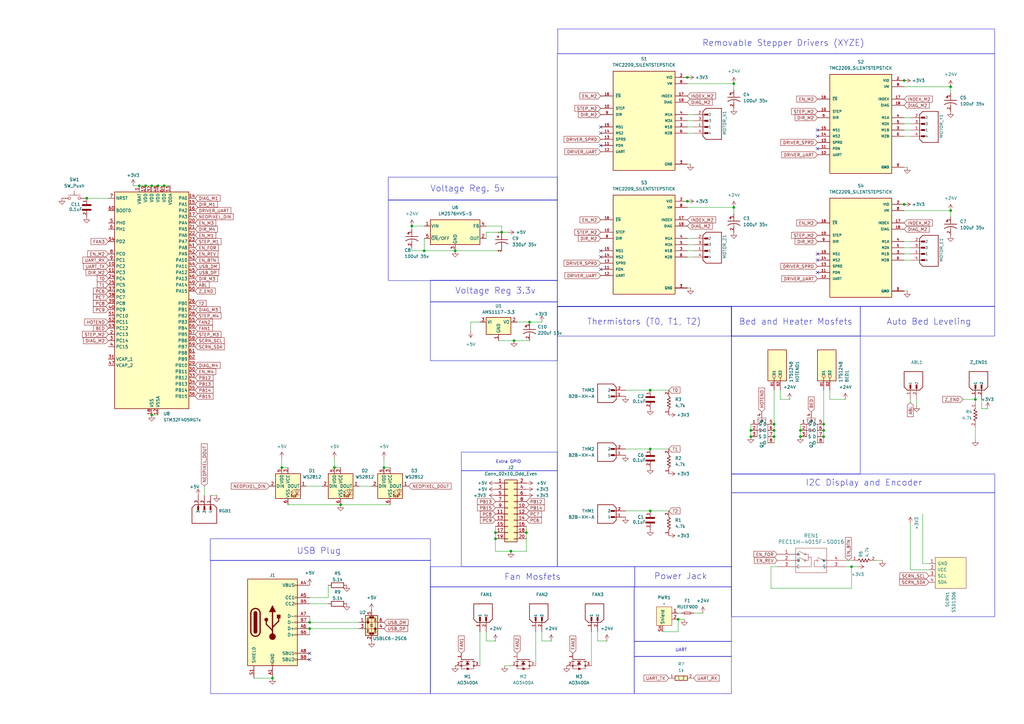
<source format=kicad_sch>
(kicad_sch (version 20231120) (generator "eeschema") (generator_version "8.0")
  (paper "A3")
  (junction (at 139.7 207.01))
  (junction (at 389.89 35.56))
  (junction (at 317.5 179.07))
  (junction (at 137.16 191.77))
  (junction (at 186.69 102.87))
  (junction (at 266.7 184.15))
  (junction (at 111.76 278.13))
  (junction (at 127 257.81))
  (junction (at 210.82 139.7))
  (junction (at 370.84 83.82))
  (junction (at 400.05 163.83))
  (junction (at 115.57 191.77))
  (junction (at 370.84 33.02))
  (junction (at 35.56 81.28))
  (junction (at 307.975 179.07))
  (junction (at 62.23 170.18))
  (junction (at 317.5 173.99))
  (junction (at 337.82 176.53))
  (junction (at 205.74 95.25))
  (junction (at 127 255.27))
  (junction (at 203.2 220.98))
  (junction (at 300.99 34.29))
  (junction (at 328.295 179.07))
  (junction (at 389.89 86.36))
  (junction (at 209.55 226.06))
  (junction (at 64.77 76.2))
  (junction (at 215.9 218.44))
  (junction (at 62.23 76.2))
  (junction (at 300.99 85.09))
  (junction (at 173.99 102.87))
  (junction (at 67.31 76.2))
  (junction (at 57.15 76.2))
  (junction (at 278.13 254))
  (junction (at 157.48 191.77))
  (junction (at 337.82 179.07))
  (junction (at 59.69 76.2))
  (junction (at 266.7 160.02))
  (junction (at 317.5 176.53))
  (junction (at 203.2 218.44))
  (junction (at 266.7 209.55))
  (junction (at 217.17 132.08))
  (junction (at 281.94 31.75))
  (junction (at 337.82 173.99))
  (junction (at 281.94 82.55))
  (junction (at 307.975 176.53))
  (junction (at 168.91 92.71))
  (junction (at 328.295 176.53))
  (junction (at 349.25 232.41))
  (no_connect (at 246.38 105.41))
  (no_connect (at 335.28 53.34))
  (no_connect (at 335.28 60.96))
  (no_connect (at 246.38 54.61))
  (no_connect (at 246.38 110.49))
  (no_connect (at 127 267.97))
  (no_connect (at 246.38 59.69))
  (no_connect (at 335.28 104.14))
  (no_connect (at 335.28 111.76))
  (no_connect (at 127 270.51))
  (no_connect (at 335.28 106.68))
  (no_connect (at 246.38 52.07))
  (no_connect (at 335.28 55.88))
  (no_connect (at 246.38 102.87))
  (wire (pts (xy 62.23 76.2) (xy 64.77 76.2)))
  (wire (pts (xy 35.56 81.28) (xy 44.45 81.28)))
  (wire (pts (xy 370.84 35.56) (xy 389.89 35.56)))
  (wire (pts (xy 193.04 132.08) (xy 196.85 132.08)))
  (wire (pts (xy 370.84 104.14) (xy 373.38 104.14)))
  (wire (pts (xy 118.11 207.01) (xy 139.7 207.01)))
  (wire (pts (xy 317.5 176.53) (xy 317.5 179.07)))
  (wire (pts (xy 359.41 229.87) (xy 361.95 229.87)))
  (wire (pts (xy 389.89 38.1) (xy 389.89 35.56)))
  (wire (pts (xy 157.48 191.77) (xy 160.02 191.77)))
  (wire (pts (xy 370.84 99.06) (xy 373.38 99.06)))
  (wire (pts (xy 215.9 220.98) (xy 215.9 226.06)))
  (wire (pts (xy 300.99 36.83) (xy 300.99 34.29)))
  (wire (pts (xy 405.13 167.64) (xy 402.59 167.64)))
  (wire (pts (xy 370.84 48.26) (xy 373.38 48.26)))
  (wire (pts (xy 266.7 160.02) (xy 274.32 160.02)))
  (wire (pts (xy 281.94 67.31) (xy 283.21 67.31)))
  (wire (pts (xy 370.84 50.8) (xy 373.38 50.8)))
  (wire (pts (xy 115.57 187.96) (xy 115.57 191.77)))
  (wire (pts (xy 283.21 82.55) (xy 281.94 82.55)))
  (wire (pts (xy 173.99 102.87) (xy 186.69 102.87)))
  (wire (pts (xy 349.25 241.3) (xy 349.25 232.41)))
  (wire (pts (xy 370.84 86.36) (xy 389.89 86.36)))
  (wire (pts (xy 328.295 173.99) (xy 328.295 176.53)))
  (wire (pts (xy 137.16 187.96) (xy 137.16 191.77)))
  (wire (pts (xy 378.46 210.82) (xy 378.46 231.14)))
  (wire (pts (xy 281.94 105.41) (xy 284.48 105.41)))
  (wire (pts (xy 337.82 176.53) (xy 337.82 179.07)))
  (wire (pts (xy 370.84 101.6) (xy 373.38 101.6)))
  (wire (pts (xy 139.7 207.01) (xy 160.02 207.01)))
  (wire (pts (xy 317.5 160.02) (xy 317.5 173.99)))
  (wire (pts (xy 373.38 233.68) (xy 381 233.68)))
  (wire (pts (xy 346.71 229.87) (xy 349.25 229.87)))
  (wire (pts (xy 134.62 240.03) (xy 134.62 245.11)))
  (wire (pts (xy 64.77 76.2) (xy 67.31 76.2)))
  (wire (pts (xy 217.17 132.08) (xy 222.25 132.08)))
  (wire (pts (xy 245.11 262.89) (xy 245.11 259.08)))
  (wire (pts (xy 203.2 226.06) (xy 209.55 226.06)))
  (wire (pts (xy 127 255.27) (xy 147.32 255.27)))
  (wire (pts (xy 402.59 167.64) (xy 402.59 163.83)))
  (wire (pts (xy 212.09 132.08) (xy 217.17 132.08)))
  (wire (pts (xy 67.31 76.2) (xy 69.85 76.2)))
  (wire (pts (xy 226.06 262.89) (xy 222.25 262.89)))
  (wire (pts (xy 320.04 163.83) (xy 320.04 160.02)))
  (wire (pts (xy 125.73 199.39) (xy 132.08 199.39)))
  (wire (pts (xy 205.74 92.71) (xy 205.74 95.25)))
  (wire (pts (xy 281.94 118.11) (xy 283.21 118.11)))
  (wire (pts (xy 389.89 88.9) (xy 389.89 86.36)))
  (wire (pts (xy 288.29 251.46) (xy 284.48 251.46)))
  (wire (pts (xy 373.38 163.83) (xy 373.38 165.1)))
  (wire (pts (xy 266.7 184.15) (xy 274.32 184.15)))
  (wire (pts (xy 147.32 199.39) (xy 152.4 199.39)))
  (wire (pts (xy 205.74 95.25) (xy 208.28 95.25)))
  (wire (pts (xy 186.69 102.87) (xy 205.74 102.87)))
  (wire (pts (xy 349.25 232.41) (xy 351.79 232.41)))
  (wire (pts (xy 173.99 97.79) (xy 173.99 102.87)))
  (wire (pts (xy 203.2 218.44) (xy 203.2 220.98)))
  (wire (pts (xy 373.38 214.63) (xy 373.38 233.68)))
  (wire (pts (xy 281.94 97.79) (xy 284.48 97.79)))
  (wire (pts (xy 328.295 176.53) (xy 328.295 179.07)))
  (wire (pts (xy 203.2 262.89) (xy 199.39 262.89)))
  (wire (pts (xy 248.92 262.89) (xy 245.11 262.89)))
  (wire (pts (xy 370.84 53.34) (xy 373.38 53.34)))
  (wire (pts (xy 281.94 46.99) (xy 284.48 46.99)))
  (wire (pts (xy 337.82 160.02) (xy 337.82 173.99)))
  (wire (pts (xy 199.39 95.25) (xy 205.74 95.25)))
  (wire (pts (xy 370.84 55.88) (xy 373.38 55.88)))
  (wire (pts (xy 281.94 34.29) (xy 300.99 34.29)))
  (wire (pts (xy 203.2 220.98) (xy 203.2 226.06)))
  (wire (pts (xy 378.46 231.14) (xy 381 231.14)))
  (wire (pts (xy 127 260.35) (xy 127 257.81)))
  (wire (pts (xy 281.94 85.09) (xy 300.99 85.09)))
  (wire (pts (xy 83.82 199.39) (xy 83.82 203.2)))
  (wire (pts (xy 281.94 54.61) (xy 284.48 54.61)))
  (wire (pts (xy 278.13 251.46) (xy 279.4 251.46)))
  (wire (pts (xy 168.91 92.71) (xy 173.99 92.71)))
  (wire (pts (xy 281.94 100.33) (xy 284.48 100.33)))
  (wire (pts (xy 340.36 163.83) (xy 340.36 160.02)))
  (wire (pts (xy 57.15 76.2) (xy 59.69 76.2)))
  (wire (pts (xy 168.91 93.98) (xy 168.91 92.71)))
  (wire (pts (xy 222.25 262.89) (xy 222.25 259.08)))
  (wire (pts (xy 209.55 273.05) (xy 207.01 273.05)))
  (wire (pts (xy 281.94 49.53) (xy 284.48 49.53)))
  (wire (pts (xy 59.69 76.2) (xy 62.23 76.2)))
  (wire (pts (xy 256.54 184.15) (xy 266.7 184.15)))
  (wire (pts (xy 281.94 52.07) (xy 284.48 52.07)))
  (wire (pts (xy 320.04 163.83) (xy 323.85 163.83)))
  (wire (pts (xy 281.94 102.87) (xy 284.48 102.87)))
  (wire (pts (xy 340.36 163.83) (xy 346.71 163.83)))
  (wire (pts (xy 127 257.81) (xy 147.32 257.81)))
  (wire (pts (xy 134.62 247.65) (xy 127 247.65)))
  (wire (pts (xy 62.23 170.18) (xy 64.77 170.18)))
  (wire (pts (xy 242.57 259.08) (xy 242.57 273.05)))
  (wire (pts (xy 134.62 245.11) (xy 127 245.11)))
  (wire (pts (xy 199.39 97.79) (xy 199.39 95.25)))
  (wire (pts (xy 54.61 76.2) (xy 57.15 76.2)))
  (wire (pts (xy 317.5 173.99) (xy 317.5 176.53)))
  (wire (pts (xy 127 252.73) (xy 127 255.27)))
  (wire (pts (xy 137.16 191.77) (xy 139.7 191.77)))
  (wire (pts (xy 337.82 181.61) (xy 337.82 179.07)))
  (wire (pts (xy 219.71 259.08) (xy 219.71 273.05)))
  (wire (pts (xy 307.975 176.53) (xy 307.975 179.07)))
  (wire (pts (xy 168.91 101.6) (xy 168.91 102.87)))
  (wire (pts (xy 372.11 33.02) (xy 370.84 33.02)))
  (wire (pts (xy 86.36 203.2) (xy 88.9 203.2)))
  (wire (pts (xy 372.11 83.82) (xy 370.84 83.82)))
  (wire (pts (xy 370.84 68.58) (xy 372.11 68.58)))
  (wire (pts (xy 204.47 139.7) (xy 210.82 139.7)))
  (wire (pts (xy 203.2 215.9) (xy 203.2 218.44)))
  (wire (pts (xy 300.99 87.63) (xy 300.99 85.09)))
  (wire (pts (xy 400.05 163.83) (xy 394.97 163.83)))
  (wire (pts (xy 210.82 139.7) (xy 217.17 139.7)))
  (wire (pts (xy 256.54 160.02) (xy 266.7 160.02)))
  (wire (pts (xy 375.92 163.83) (xy 375.92 166.37)))
  (wire (pts (xy 316.23 241.3) (xy 349.25 241.3)))
  (wire (pts (xy 278.13 254) (xy 280.67 254)))
  (wire (pts (xy 104.14 278.13) (xy 111.76 278.13)))
  (wire (pts (xy 400.05 165.1) (xy 400.05 163.83)))
  (wire (pts (xy 199.39 262.89) (xy 199.39 259.08)))
  (wire (pts (xy 271.78 259.08) (xy 278.13 259.08)))
  (wire (pts (xy 193.04 135.89) (xy 193.04 132.08)))
  (wire (pts (xy 256.54 209.55) (xy 266.7 209.55)))
  (wire (pts (xy 337.82 173.99) (xy 337.82 176.53)))
  (wire (pts (xy 196.85 259.08) (xy 196.85 273.05)))
  (wire (pts (xy 317.5 179.07) (xy 317.5 181.61)))
  (wire (pts (xy 283.21 31.75) (xy 281.94 31.75)))
  (wire (pts (xy 307.975 173.99) (xy 307.975 176.53)))
  (wire (pts (xy 266.7 209.55) (xy 274.32 209.55)))
  (wire (pts (xy 370.84 119.38) (xy 372.11 119.38)))
  (wire (pts (xy 346.71 232.41) (xy 349.25 232.41)))
  (wire (pts (xy 278.13 259.08) (xy 278.13 254)))
  (wire (pts (xy 318.77 232.41) (xy 316.23 232.41)))
  (wire (pts (xy 199.39 92.71) (xy 205.74 92.71)))
  (wire (pts (xy 215.9 218.44) (xy 215.9 220.98)))
  (wire (pts (xy 215.9 215.9) (xy 215.9 218.44)))
  (wire (pts (xy 168.91 102.87) (xy 173.99 102.87)))
  (wire (pts (xy 115.57 191.77) (xy 118.11 191.77)))
  (wire (pts (xy 400.05 180.34) (xy 400.05 175.26)))
  (wire (pts (xy 316.23 232.41) (xy 316.23 241.3)))
  (wire (pts (xy 370.84 106.68) (xy 373.38 106.68)))
  (wire (pts (xy 209.55 226.06) (xy 215.9 226.06)))
  (wire (pts (xy 157.48 187.96) (xy 157.48 191.77)))
  (rectangle (start 86.233 220.98) (end 176.53 229.87))
  (rectangle (start 176.53 114.935) (end 228.6 123.8103))
  (rectangle (start 300.0081 202.0785) (end 408.0144 252.9176))
  (rectangle (start 228.7367 11.882) (end 407.9478 22.008))
  (rectangle (start 260.35 232.41) (end 299.9978 240.7015))
  (rectangle (start 176.5538 240.702) (end 260.0905 284.48))
  (rectangle (start 189.23 193.04) (end 228.6 232.41))
  (rectangle (start 300.0151 194.408) (end 408.0327 202.0742))
  (rectangle (start 228.6 125.6566) (end 299.9978 137.832))
  (rectangle (start 176.53 232.41) (end 260.35 240.702))
  (rectangle (start 299.9978 125.64) (end 352.8298 137.832))
  (rectangle (start 228.6 125.73) (end 300.0212 232.41))
  (rectangle (start 299.9978 137.832) (end 352.8298 194.419))
  (rectangle (start 260.1198 269.24) (end 299.9978 284.48))
  (rectangle (start 159.258 82.042) (end 228.6 115.062))
  (rectangle (start 260.0953 240.6994) (end 300.0089 263.0693))
  (rectangle (start 228.6 22.042) (end 407.9478 125.73))
  (rectangle (start 86.36 229.87) (end 176.53 284.48))
  (rectangle (start 352.823 125.64) (end 407.9478 137.8247))
  (rectangle (start 176.53 123.825) (end 228.6 147.955))
  (rectangle (start 260.117 263.0719) (end 299.9978 269.24))
  (rectangle (start 159.258 72.644) (end 228.6 82.042))
  (rectangle (start 189.23 185.42) (end 228.6 193.04))
  (text "I2C Display and Encoder\n" (at 354.33 198.12 0) (effects (font (size 2.54 2.54))))
  (text "Voltage Reg 3.3v" (at 203.2 119.38 0) (effects (font (size 2.54 2.54))))
  (text "Fan Mosfets\n" (at 218.44 236.728 0) (effects (font (size 2.54 2.54))))
  (text "Voltage Reg. 5v\n" (at 191.77 77.47 0) (effects (font (size 2.54 2.54))))
  (text "Auto Bed Leveling\n" (at 381 132.08 0) (effects (font (size 2.54 2.54))))
  (text "Removable Stepper Drivers (XYZE)" (at 321.31 17.78 0) (effects (font (size 2.54 2.54))))
  (text "Thermistors (T0, T1, T2)" (at 264.16 132.08 0) (effects (font (size 2.54 2.54))))
  (text "Power Jack" (at 279.146 236.474 0) (effects (font (size 2.54 2.54))))
  (text "USB Plug" (at 130.81 226.06 0) (effects (font (size 2.54 2.54))))
  (text "Bed and Heater Mosfets\n" (at 326.39 132.08 0) (effects (font (size 2.54 2.54))))
  (text "UART" (at 279.4 266.7 0) (effects (font (size 1.27 1.27))))
  (text "Extra GPIO\n" (at 208.534 189.484 0) (effects (font (size 1.27 1.27))))
  (global_label "EN_M3" (shape input) (at 80.01 91.44 0) (property "Intersheetrefs" "${INTERSHEET_REFS}" (effects (hide yes))))
  (global_label "DRIVER_SPRD" (shape input) (at 246.38 57.15 180) (property "Intersheetrefs" "${INTERSHEET_REFS}" (effects (hide yes))))
  (global_label "FAN3" (shape input) (at 234.95 267.97 90) (property "Intersheetrefs" "${INTERSHEET_REFS}" (effects (hide yes))))
  (global_label "EN_BTN" (shape input) (at 347.98 229.87 90) (property "Intersheetrefs" "${INTERSHEET_REFS}" (effects (hide yes))))
  (global_label "PB15" (shape input) (at 80.01 162.56 0) (property "Intersheetrefs" "${INTERSHEET_REFS}" (effects (hide yes))))
  (global_label "EN_M2" (shape input) (at 335.28 91.44 180) (property "Intersheetrefs" "${INTERSHEET_REFS}" (effects (hide yes))))
  (global_label "INDEX_M2" (shape input) (at 370.84 40.64 0) (property "Intersheetrefs" "${INTERSHEET_REFS}" (effects (hide yes))))
  (global_label "UART_RX" (shape input) (at 44.45 106.68 180) (property "Intersheetrefs" "${INTERSHEET_REFS}" (effects (hide yes))))
  (global_label "PC7" (shape input) (at 215.9 210.82 0) (property "Intersheetrefs" "${INTERSHEET_REFS}" (effects (hide yes))))
  (global_label "DIAG_M2" (shape input) (at 370.84 43.18 0) (property "Intersheetrefs" "${INTERSHEET_REFS}" (effects (hide yes))))
  (global_label "DIR_M2" (shape input) (at 246.38 46.99 180) (property "Intersheetrefs" "${INTERSHEET_REFS}" (effects (hide yes))))
  (global_label "USB_DM" (shape input) (at 157.48 255.27 0) (property "Intersheetrefs" "${INTERSHEET_REFS}" (effects (hide yes))))
  (global_label "HOTEND" (shape input) (at 312.42 168.91 90) (property "Intersheetrefs" "${INTERSHEET_REFS}" (effects (hide yes))))
  (global_label "DIAG_M2" (shape input) (at 281.94 41.91 0) (property "Intersheetrefs" "${INTERSHEET_REFS}" (effects (hide yes))))
  (global_label "DRIVER_UART" (shape input) (at 246.38 113.03 180) (property "Intersheetrefs" "${INTERSHEET_REFS}" (effects (hide yes))))
  (global_label "EN_M1" (shape input) (at 80.01 96.52 0) (property "Intersheetrefs" "${INTERSHEET_REFS}" (effects (hide yes))))
  (global_label "STEP_M2" (shape input) (at 246.38 44.45 180) (property "Intersheetrefs" "${INTERSHEET_REFS}" (effects (hide yes))))
  (global_label "SCRN_SDA" (shape input) (at 80.01 142.24 0) (property "Intersheetrefs" "${INTERSHEET_REFS}" (effects (hide yes))))
  (global_label "PC9" (shape input) (at 203.2 213.36 180) (property "Intersheetrefs" "${INTERSHEET_REFS}" (effects (hide yes))))
  (global_label "DIR_M4" (shape input) (at 80.01 93.98 0) (property "Intersheetrefs" "${INTERSHEET_REFS}" (effects (hide yes))))
  (global_label "PB14" (shape input) (at 215.9 208.28 0) (property "Intersheetrefs" "${INTERSHEET_REFS}" (effects (hide yes))))
  (global_label "SCRN_SCL" (shape input) (at 381 236.22 180) (property "Intersheetrefs" "${INTERSHEET_REFS}" (effects (hide yes))))
  (global_label "PB14" (shape input) (at 80.01 160.02 0) (property "Intersheetrefs" "${INTERSHEET_REFS}" (effects (hide yes))))
  (global_label "DIAG_M2" (shape input) (at 44.45 139.7 180) (property "Intersheetrefs" "${INTERSHEET_REFS}" (effects (hide yes))))
  (global_label "USB_DP" (shape input) (at 157.48 257.81 0) (property "Intersheetrefs" "${INTERSHEET_REFS}" (effects (hide yes))))
  (global_label "STEP_M1" (shape input) (at 80.01 99.06 0) (property "Intersheetrefs" "${INTERSHEET_REFS}" (effects (hide yes))))
  (global_label "USB_DP" (shape input) (at 80.01 111.76 0) (property "Intersheetrefs" "${INTERSHEET_REFS}" (effects (hide yes))))
  (global_label "PC6" (shape input) (at 44.45 119.38 180) (property "Intersheetrefs" "${INTERSHEET_REFS}" (effects (hide yes))))
  (global_label "STEP_M2" (shape input) (at 44.45 137.16 180) (property "Intersheetrefs" "${INTERSHEET_REFS}" (effects (hide yes))))
  (global_label "PB12" (shape input) (at 80.01 154.94 0) (property "Intersheetrefs" "${INTERSHEET_REFS}" (effects (hide yes))))
  (global_label "T1" (shape input) (at 274.32 184.15 0) (property "Intersheetrefs" "${INTERSHEET_REFS}" (effects (hide yes))))
  (global_label "DRIVER_UART" (shape input) (at 335.28 114.3 180) (property "Intersheetrefs" "${INTERSHEET_REFS}" (effects (hide yes))))
  (global_label "PC8" (shape input) (at 203.2 210.82 180) (property "Intersheetrefs" "${INTERSHEET_REFS}" (effects (hide yes))))
  (global_label "UART_RX" (shape input) (at 284.48 278.13 0) (property "Intersheetrefs" "${INTERSHEET_REFS}" (effects (hide yes))))
  (global_label "INDEX_M2" (shape input) (at 281.94 90.17 0) (property "Intersheetrefs" "${INTERSHEET_REFS}" (effects (hide yes))))
  (global_label "T2" (shape input) (at 80.01 124.46 0) (property "Intersheetrefs" "${INTERSHEET_REFS}" (effects (hide yes))))
  (global_label "INDEX_M2" (shape input) (at 281.94 39.37 0) (property "Intersheetrefs" "${INTERSHEET_REFS}" (effects (hide yes))))
  (global_label "FAN3" (shape input) (at 44.45 99.06 180) (property "Intersheetrefs" "${INTERSHEET_REFS}" (effects (hide yes))))
  (global_label "DRIVER_SPRD" (shape input) (at 246.38 107.95 180) (property "Intersheetrefs" "${INTERSHEET_REFS}" (effects (hide yes))))
  (global_label "PB13" (shape input) (at 203.2 205.74 180) (property "Intersheetrefs" "${INTERSHEET_REFS}" (effects (hide yes))))
  (global_label "FAN2" (shape input) (at 80.01 132.08 0) (property "Intersheetrefs" "${INTERSHEET_REFS}" (effects (hide yes))))
  (global_label "EN_M2" (shape input) (at 335.28 40.64 180) (property "Intersheetrefs" "${INTERSHEET_REFS}" (effects (hide yes))))
  (global_label "DIAG_M2" (shape input) (at 370.84 93.98 0) (property "Intersheetrefs" "${INTERSHEET_REFS}" (effects (hide yes))))
  (global_label "SCRN_SDA" (shape input) (at 381 238.76 180) (property "Intersheetrefs" "${INTERSHEET_REFS}" (effects (hide yes))))
  (global_label "Z_END" (shape input) (at 80.01 119.38 0) (property "Intersheetrefs" "${INTERSHEET_REFS}" (effects (hide yes))))
  (global_label "FAN1" (shape input) (at 80.01 134.62 0) (property "Intersheetrefs" "${INTERSHEET_REFS}" (effects (hide yes))))
  (global_label "DIR_M1" (shape input) (at 80.01 83.82 0) (property "Intersheetrefs" "${INTERSHEET_REFS}" (effects (hide yes))))
  (global_label "NEOPIXEL_DOUT" (shape input) (at 167.64 199.39 0) (property "Intersheetrefs" "${INTERSHEET_REFS}" (effects (hide yes))))
  (global_label "T0" (shape input) (at 274.32 160.02 0) (property "Intersheetrefs" "${INTERSHEET_REFS}" (effects (hide yes))))
  (global_label "DRIVER_UART" (shape input) (at 80.01 86.36 0) (property "Intersheetrefs" "${INTERSHEET_REFS}" (effects (hide yes))))
  (global_label "BED" (shape input) (at 332.74 168.91 90) (property "Intersheetrefs" "${INTERSHEET_REFS}" (effects (hide yes))))
  (global_label "DIR_M2" (shape input) (at 246.38 97.79 180) (property "Intersheetrefs" "${INTERSHEET_REFS}" (effects (hide yes))))
  (global_label "SCRN_SCL" (shape input) (at 80.01 139.7 0) (property "Intersheetrefs" "${INTERSHEET_REFS}" (effects (hide yes))))
  (global_label "DRIVER_UART" (shape input) (at 246.38 62.23 180) (property "Intersheetrefs" "${INTERSHEET_REFS}" (effects (hide yes))))
  (global_label "EN_BTN" (shape input) (at 80.01 106.68 0) (property "Intersheetrefs" "${INTERSHEET_REFS}" (effects (hide yes))))
  (global_label "T0" (shape input) (at 44.45 114.3 180) (property "Intersheetrefs" "${INTERSHEET_REFS}" (effects (hide yes))))
  (global_label "Z_END" (shape input) (at 394.97 163.83 180) (property "Intersheetrefs" "${INTERSHEET_REFS}" (effects (hide yes))))
  (global_label "EN_FOR" (shape input) (at 80.01 101.6 0) (property "Intersheetrefs" "${INTERSHEET_REFS}" (effects (hide yes))))
  (global_label "STEP_M4" (shape input) (at 80.01 129.54 0) (property "Intersheetrefs" "${INTERSHEET_REFS}" (effects (hide yes))))
  (global_label "STEP_M2" (shape input) (at 246.38 95.25 180) (property "Intersheetrefs" "${INTERSHEET_REFS}" (effects (hide yes))))
  (global_label "DIR_M2" (shape input) (at 335.28 48.26 180) (property "Intersheetrefs" "${INTERSHEET_REFS}" (effects (hide yes))))
  (global_label "FAN1" (shape input) (at 189.23 267.97 90) (property "Intersheetrefs" "${INTERSHEET_REFS}" (effects (hide yes))))
  (global_label "EN_M2" (shape input) (at 246.38 90.17 180) (property "Intersheetrefs" "${INTERSHEET_REFS}" (effects (hide yes))))
  (global_label "ABL" (shape input) (at 80.01 116.84 0) (property "Intersheetrefs" "${INTERSHEET_REFS}" (effects (hide yes))))
  (global_label "PB13" (shape input) (at 80.01 157.48 0) (property "Intersheetrefs" "${INTERSHEET_REFS}" (effects (hide yes))))
  (global_label "ABL" (shape input) (at 373.38 165.1 270) (property "Intersheetrefs" "${INTERSHEET_REFS}" (effects (hide yes))))
  (global_label "EN_REV" (shape input) (at 80.01 104.14 0) (property "Intersheetrefs" "${INTERSHEET_REFS}" (effects (hide yes))))
  (global_label "DIR_M2" (shape input) (at 44.45 111.76 180) (property "Intersheetrefs" "${INTERSHEET_REFS}" (effects (hide yes))))
  (global_label "PC9" (shape input) (at 44.45 127 180) (property "Intersheetrefs" "${INTERSHEET_REFS}" (effects (hide yes))))
  (global_label "DIAG_M4" (shape input) (at 80.01 149.86 0) (property "Intersheetrefs" "${INTERSHEET_REFS}" (effects (hide yes))))
  (global_label "DIAG_M1" (shape input) (at 80.01 81.28 0) (property "Intersheetrefs" "${INTERSHEET_REFS}" (effects (hide yes))))
  (global_label "NEOPIXEL_DIN" (shape input) (at 80.01 88.9 0) (property "Intersheetrefs" "${INTERSHEET_REFS}" (effects (hide yes))))
  (global_label "DIR_M3" (shape input) (at 80.01 114.3 0) (property "Intersheetrefs" "${INTERSHEET_REFS}" (effects (hide yes))))
  (global_label "T2" (shape input) (at 274.32 209.55 0) (property "Intersheetrefs" "${INTERSHEET_REFS}" (effects (hide yes))))
  (global_label "T1" (shape input) (at 44.45 116.84 180) (property "Intersheetrefs" "${INTERSHEET_REFS}" (effects (hide yes))))
  (global_label "EN_M2" (shape input) (at 44.45 104.14 180) (property "Intersheetrefs" "${INTERSHEET_REFS}" (effects (hide yes))))
  (global_label "HOTEND" (shape input) (at 44.45 132.08 180) (property "Intersheetrefs" "${INTERSHEET_REFS}" (effects (hide yes))))
  (global_label "DIR_M2" (shape input) (at 335.28 99.06 180) (property "Intersheetrefs" "${INTERSHEET_REFS}" (effects (hide yes))))
  (global_label "EN_M2" (shape input) (at 246.38 39.37 180) (property "Intersheetrefs" "${INTERSHEET_REFS}" (effects (hide yes))))
  (global_label "EN_REV" (shape input) (at 318.77 229.87 180) (property "Intersheetrefs" "${INTERSHEET_REFS}" (effects (hide yes))))
  (global_label "PC6" (shape input) (at 215.9 213.36 0) (property "Intersheetrefs" "${INTERSHEET_REFS}" (effects (hide yes))))
  (global_label "DRIVER_SPRD" (shape input) (at 335.28 58.42 180) (property "Intersheetrefs" "${INTERSHEET_REFS}" (effects (hide yes))))
  (global_label "NEOPIXEL_DOUT" (shape input) (at 83.82 199.39 90) (property "Intersheetrefs" "${INTERSHEET_REFS}" (effects (hide yes))))
  (global_label "USB_DM" (shape input) (at 80.01 109.22 0) (property "Intersheetrefs" "${INTERSHEET_REFS}" (effects (hide yes))))
  (global_label "STEP_M2" (shape input) (at 335.28 96.52 180) (property "Intersheetrefs" "${INTERSHEET_REFS}" (effects (hide yes))))
  (global_label "BED" (shape input) (at 44.45 134.62 180) (property "Intersheetrefs" "${INTERSHEET_REFS}" (effects (hide yes))))
  (global_label "UART_TX" (shape input) (at 274.32 278.13 180) (property "Intersheetrefs" "${INTERSHEET_REFS}" (effects (hide yes))))
  (global_label "FAN2" (shape input) (at 212.09 267.97 90) (property "Intersheetrefs" "${INTERSHEET_REFS}" (effects (hide yes))))
  (global_label "STEP_M3" (shape input) (at 80.01 137.16 0) (property "Intersheetrefs" "${INTERSHEET_REFS}" (effects (hide yes))))
  (global_label "INDEX_M2" (shape input) (at 370.84 91.44 0) (property "Intersheetrefs" "${INTERSHEET_REFS}" (effects (hide yes))))
  (global_label "EN_M4" (shape input) (at 80.01 152.4 0) (property "Intersheetrefs" "${INTERSHEET_REFS}" (effects (hide yes))))
  (global_label "DIAG_M3" (shape input) (at 80.01 127 0) (property "Intersheetrefs" "${INTERSHEET_REFS}" (effects (hide yes))))
  (global_label "DIAG_M2" (shape input) (at 281.94 92.71 0) (property "Intersheetrefs" "${INTERSHEET_REFS}" (effects (hide yes))))
  (global_label "UART_TX" (shape input) (at 44.45 109.22 180) (property "Intersheetrefs" "${INTERSHEET_REFS}" (effects (hide yes))))
  (global_label "PB12" (shape input) (at 215.9 205.74 0) (property "Intersheetrefs" "${INTERSHEET_REFS}" (effects (hide yes))))
  (global_label "NEOPIXEL_DIN" (shape input) (at 110.49 199.39 180) (property "Intersheetrefs" "${INTERSHEET_REFS}" (effects (hide yes))))
  (global_label "PC7" (shape input) (at 44.45 121.92 180) (property "Intersheetrefs" "${INTERSHEET_REFS}" (effects (hide yes))))
  (global_label "PC8" (shape input) (at 44.45 124.46 180) (property "Intersheetrefs" "${INTERSHEET_REFS}" (effects (hide yes))))
  (global_label "PB15" (shape input) (at 203.2 208.28 180) (property "Intersheetrefs" "${INTERSHEET_REFS}" (effects (hide yes))))
  (global_label "STEP_M2" (shape input) (at 335.28 45.72 180) (property "Intersheetrefs" "${INTERSHEET_REFS}" (effects (hide yes))))
  (global_label "DRIVER_SPRD" (shape input) (at 335.28 109.22 180) (property "Intersheetrefs" "${INTERSHEET_REFS}" (effects (hide yes))))
  (global_label "EN_FOR" (shape input) (at 318.77 227.33 180) (property "Intersheetrefs" "${INTERSHEET_REFS}" (effects (hide yes))))
  (global_label "DRIVER_UART" (shape input) (at 335.28 63.5 180) (property "Intersheetrefs" "${INTERSHEET_REFS}" (effects (hide yes))))
  (symbol (lib_id "Regulator_Switching:LM2576HVS-5") (at 186.69 95.25 0) (unit 1)
    (property "Reference" "U6" (at 186.69 85.09 0))
    (property "Value" "LM2576HVS-5" (at 186.69 87.63 0))
    (property "Footprint" "Package_TO_SOT_SMD:TO-263-5_TabPin3" (effects (hide yes)))
    (property "Datasheet" "http://www.ti.com/lit/ds/symlink/lm2576.pdf" (effects (hide yes)))
    (property "Description" "5V 3A, SIMPLE SWITCHER® Step-Down Voltage Regulator, High Voltage Input, TO-263" (effects (hide yes)))
  )
  (symbol (lib_id "power:GND") (at 283.21 67.31 0) (unit 1)
    (property "Reference" "#PWR037" (effects (hide yes)))
    (property "Value" "GND" (effects (hide yes)))
    (property "Description" "Power symbol creates a global label with name \"GND\" , ground" (effects (hide yes)))
  )
  (symbol (lib_id "EEEFT1V101AP:EEEFT1V101AP") (at 389.89 91.44 270) (unit 1)
    (property "Reference" "C7" (at 393.7 90.8665 90) (effects (justify left)))
    (property "Value" "100uf 35v" (at 393.7 93.4065 90) (effects (justify left)))
    (property "Footprint" "CAP_EEEFT1V101AP" (effects (hide yes)))
  )
  (symbol (lib_id "power:+3V3") (at 215.9 203.2 270) (mirror x) (unit 1)
    (property "Reference" "#PWR069" (effects (hide yes)))
    (property "Value" "+3V3" (at 219.71 203.2001 90) (effects (justify left)))
  )
  (symbol (lib_id "power:+3V3") (at 274.32 170.18 270) (mirror x) (unit 1)
    (property "Reference" "#PWR028" (effects (hide yes)))
    (property "Value" "+3V3" (at 277.495 170.18 90) (effects (justify left)))
  )
  (symbol (lib_id "power:GND") (at 139.7 207.01 0) (unit 1)
    (property "Reference" "#PWR044" (effects (hide yes)))
    (property "Value" "GND" (effects (hide yes)))
    (property "Description" "Power symbol creates a global label with name \"GND\" , ground" (effects (hide yes)))
  )
  (symbol (lib_id "power:GND") (at 372.11 119.38 0) (unit 1)
    (property "Reference" "#PWR058" (effects (hide yes)))
    (property "Value" "GND" (effects (hide yes)))
    (property "Description" "Power symbol creates a global label with name \"GND\" , ground" (effects (hide yes)))
  )
  (symbol (lib_id "B3B-XH-A:B3B-XH-A") (at 83.82 210.82 270) (unit 1)
    (property "Reference" "RGB1" (at 89.662 209.5499 90) (effects (justify left)))
    (property "Value" "B3B-XH-A" (effects (hide yes)))
    (property "Footprint" "b3b-xh-a:JST_B3B-XH-A" (effects (hide yes)))
    (property "MF" "JST Sales" (effects (hide yes)))
    (property "MAXIMUM_PACKAGE_HEIGHT" "7.00 mm" (effects (hide yes)))
    (property "Package" "None" (effects (hide yes)))
    (property "Price" "None" (effects (hide yes)))
    (property "Check_prices" "https://www.snapeda.com/parts/B3B-XH-A/JST+Sales+America+Inc./view-part/?ref=eda" (effects (hide yes)))
    (property "STANDARD" "Manufacturer Recommendations" (effects (hide yes)))
    (property "PARTREV" "7/4/21" (effects (hide yes)))
    (property "SnapEDA_Link" "https://www.snapeda.com/parts/B3B-XH-A/JST+Sales+America+Inc./view-part/?ref=snap" (effects (hide yes)))
    (property "MP" "B3B-XH-A" (effects (hide yes)))
    (property "Description_1" "\nConnector Header Through Hole 3 position 0.098 (2.50mm)\n" (effects (hide yes)))
    (property "Availability" "In Stock" (effects (hide yes)))
    (property "MANUFACTURER" "JST Sales America Inc." (effects (hide yes)))
  )
  (symbol (lib_id "power:+24V") (at 288.29 251.46 0) (unit 1)
    (property "Reference" "#PWR02" (effects (hide yes)))
    (property "Value" "+24V" (at 288.29 246.38 0))
    (property "Description" "Power symbol creates a global label with name \"+24V\"" (effects (hide yes)))
  )
  (symbol (lib_id "power:+5V") (at 81.28 203.2 0) (unit 1)
    (property "Reference" "#PWR063" (effects (hide yes)))
    (property "Value" "+5V" (at 79.756 199.644 0))
    (property "Description" "Power symbol creates a global label with name \"+5V\"" (effects (hide yes)))
  )
  (symbol (lib_id "GCM155R71H104KE02J:GCM155R71H104KE02J") (at 35.56 83.82 270) (unit 1)
    (property "Reference" "C11" (at 33.02 83.82 90) (effects (justify right)))
    (property "Value" "0.1uF" (at 33.782 85.852 90) (effects (justify right)))
    (property "Footprint" "GCM155R71H104KE02J:CAPC1005X55N" (effects (hide yes)))
    (property "Description" "0.1 µF ±10% 50V Ceramic Capacitor X7R 0402 (1005 Metric)" (effects (hide yes)))
    (property "DigiKey_Part_Number" "490-14514-2-ND" (effects (hide yes)))
    (property "MF" "Murata" (effects (hide yes)))
    (property "Purchase-URL" "https://www.snapeda.com/api/url_track_click_mouser/?unipart_id=597465&manufacturer=Murata&part_name=GCM155R71H104KE02J&search_term=None" (effects (hide yes)))
    (property "Package" "1005 Taiyo Yuden" (effects (hide yes)))
    (property "SnapEDA_Link" "https://www.snapeda.com/parts/GCM155R71H104KE02J/Murata+Electronics+North+America/view-part/?ref=snap" (effects (hide yes)))
    (property "MP" "GCM155R71H104KE02J" (effects (hide yes)))
    (property "Check_prices" "https://www.snapeda.com/parts/GCM155R71H104KE02J/Murata+Electronics+North+America/view-part/?ref=eda" (effects (hide yes)))
  )
  (symbol (lib_id "1751248:1751248") (at 340.36 149.86 90) (unit 1)
    (property "Reference" "BED1" (at 347.345 156.845 0) (effects (justify left)))
    (property "Value" "1751248" (at 344.805 156.845 0) (effects (justify left)))
    (property "Footprint" "Phoenix 1751248:PHOENIX_1751248" (effects (hide yes)))
    (property "Description" "PCB Terminal Screw 3.5mm 16AWG 200V 13.5A 2 Position COMBICON MKDS Series | Phoenix Contact 1751248" (effects (hide yes)))
    (property "DigiKey_Part_Number" "277-5719-ND" (effects (hide yes)))
    (property "SnapEDA_Link" "https://www.snapeda.com/parts/1751248/Phoenix+Contact/view-part/?ref=snap" (effects (hide yes)))
    (property "Package" "None" (effects (hide yes)))
    (property "Check_prices" "https://www.snapeda.com/parts/1751248/Phoenix+Contact/view-part/?ref=eda" (effects (hide yes)))
    (property "STANDARD" "Manufacturer Recommendations" (effects (hide yes)))
    (property "PARTREV" "03.03.2021" (effects (hide yes)))
    (property "MF" "Phoenix Contact" (effects (hide yes)))
    (property "MP" "1751248" (effects (hide yes)))
    (property "MANUFACTURER" "Phoenix Contact" (effects (hide yes)))
  )
  (symbol (lib_id "power:+3V3") (at 370.84 83.82 270) (unit 1)
    (property "Reference" "#PWR054" (effects (hide yes)))
    (property "Value" "+3V3" (at 374.015 83.82 90) (effects (justify left)))
  )
  (symbol (lib_id "power:+24V") (at 323.85 163.83 0) (unit 1)
    (property "Reference" "#PWR023" (effects (hide yes)))
    (property "Value" "+24V" (at 323.85 158.75 0))
    (property "Description" "Power symbol creates a global label with name \"+24V\"" (effects (hide yes)))
  )
  (symbol (lib_id "power:GND") (at 256.54 212.09 0) (unit 1)
    (property "Reference" "#PWR014" (effects (hide yes)))
    (property "Value" "GND" (effects (hide yes)))
    (property "Description" "Power symbol creates a global label with name \"GND\" , ground" (effects (hide yes)))
  )
  (symbol (lib_id "power:+3V3") (at 351.79 232.41 270) (mirror x) (unit 1)
    (property "Reference" "#PWR049" (effects (hide yes)))
    (property "Value" "+3V3" (at 351.79 235.585 90))
  )
  (symbol (lib_id "PEC11H-4015F-S0016:PEC11H-4015F-S0016") (at 318.77 227.33 0) (unit 1)
    (property "Reference" "REN1" (at 332.74 219.71 0) (effects (font (size 1.524 1.524))))
    (property "Value" "PEC11H-4015F-S0016" (at 332.74 222.25 0) (effects (font (size 1.524 1.524))))
    (property "Footprint" "PinHeader:PinHeader_1x04_P2.54mm_Vertical" (effects (hide yes)))
    (property "Datasheet" "PEC11H-4015F-S0016" (effects (hide yes)))
  )
  (symbol (lib_id "power:GND") (at 25.4 81.28 0) (unit 1)
    (property "Reference" "#PWR070" (effects (hide yes)))
    (property "Value" "GND" (effects (hide yes)))
    (property "Description" "Power symbol creates a global label with name \"GND\" , ground" (effects (hide yes)))
  )
  (symbol (lib_id "power:+3V3") (at 54.61 76.2 0) (mirror y) (unit 1)
    (property "Reference" "#PWR071" (effects (hide yes)))
    (property "Value" "+3V3" (at 54.61 71.8891 0))
  )
  (symbol (lib_id "GCM155R71H104KE02J:GCM155R71H104KE02J") (at 266.7 186.69 270) (unit 1)
    (property "Reference" "C6" (at 264.16 186.69 90) (effects (justify right)))
    (property "Value" "0.1uF" (at 264.922 188.722 90) (effects (justify right)))
    (property "Footprint" "GCM155R71H104KE02J:CAPC1005X55N" (effects (hide yes)))
    (property "Description" "0.1 µF ±10% 50V Ceramic Capacitor X7R 0402 (1005 Metric)" (effects (hide yes)))
    (property "DigiKey_Part_Number" "490-14514-2-ND" (effects (hide yes)))
    (property "MF" "Murata" (effects (hide yes)))
    (property "Purchase-URL" "https://www.snapeda.com/api/url_track_click_mouser/?unipart_id=597465&manufacturer=Murata&part_name=GCM155R71H104KE02J&search_term=None" (effects (hide yes)))
    (property "Package" "1005 Taiyo Yuden" (effects (hide yes)))
    (property "SnapEDA_Link" "https://www.snapeda.com/parts/GCM155R71H104KE02J/Murata+Electronics+North+America/view-part/?ref=snap" (effects (hide yes)))
    (property "MP" "GCM155R71H104KE02J" (effects (hide yes)))
    (property "Check_prices" "https://www.snapeda.com/parts/GCM155R71H104KE02J/Murata+Electronics+North+America/view-part/?ref=eda" (effects (hide yes)))
  )
  (symbol (lib_id "Regulator_Linear:AMS1117-3.3") (at 204.47 132.08 0) (unit 1)
    (property "Reference" "U1" (at 204.47 125.476 0))
    (property "Value" "AMS1117-3.3" (at 204.47 128.016 0))
    (property "Footprint" "Package_TO_SOT_SMD:SOT-223-3_TabPin2" (effects (hide yes)))
    (property "Datasheet" "http://www.advanced-monolithic.com/pdf/ds1117.pdf" (effects (hide yes)))
    (property "Description" "1A Low Dropout regulator, positive, 3.3V fixed output, SOT-223" (effects (hide yes)))
  )
  (symbol (lib_id "power:+3V3") (at 274.32 219.71 270) (mirror x) (unit 1)
    (property "Reference" "#PWR030" (effects (hide yes)))
    (property "Value" "+3V3" (at 277.495 219.71 90) (effects (justify left)))
  )
  (symbol (lib_id "SSD1306-128x64_OLED:SSD1306") (at 389.89 234.95 90) (mirror x) (unit 1)
    (property "Reference" "SCRN1" (at 388.62 242.57 0) (effects (justify left)))
    (property "Value" "SSD1306" (at 391.16 242.57 0) (effects (justify left)))
    (property "Footprint" "PinHeader:PinHeader_1x04_P2.54mm_Vertical" (effects (hide yes)))
  )
  (symbol (lib_id "EEEFT1V101AP:EEEFT1V101AP") (at 168.91 96.52 270) (unit 1)
    (property "Reference" "C8" (at 165.862 102.616 90) (effects (justify left)))
    (property "Value" "100uf 35v" (at 165.862 105.156 90) (effects (justify left)))
    (property "Footprint" "CAP_EEEFT1V101AP" (effects (hide yes)))
  )
  (symbol (lib_id "power:GND") (at 152.4 262.89 0) (unit 1)
    (property "Reference" "#PWR064" (effects (hide yes)))
    (property "Value" "GND" (effects (hide yes)))
    (property "Description" "Power symbol creates a global label with name \"GND\" , ground" (effects (hide yes)))
  )
  (symbol (lib_id "power:GND") (at 400.05 180.34 0) (unit 1)
    (property "Reference" "#PWR011" (effects (hide yes)))
    (property "Value" "GND" (effects (hide yes)))
    (property "Description" "Power symbol creates a global label with name \"GND\" , ground" (effects (hide yes)))
  )
  (symbol (lib_id "B4B-XH-A:B4B-XH-A") (at 292.1 49.53 0) (unit 1)
    (property "Reference" "MOTOR_X1" (at 297.18 55.372 90) (effects (justify left)))
    (property "Value" "B4B-XH-A" (effects (hide yes)))
    (property "Footprint" "B4B-XH-A:JST_B4B-XH-A" (effects (hide yes)))
    (property "Description" "Connector Header Through Hole 4 position 0.098 (2.50mm)" (effects (hide yes)))
  )
  (symbol (lib_id "TMC2209_SILENTSTEPSTICK:TMC2209_SILENTSTEPSTICK") (at 264.16 100.33 0) (unit 1)
    (property "Reference" "S3" (at 264.16 74.93 0))
    (property "Value" "TMC2209_SILENTSTEPSTICK" (at 264.16 77.47 0))
    (property "Footprint" "TMC2209_SILENTSTEPSTICK:MODULE_TMC2209_SILENTSTEPSTICK" (effects (hide yes)))
    (property "Description" "TMC2209 Motor Controller/Driver Power Management Evaluation Board" (effects (hide yes)))
    (property "MF" "Trinamic Motion Control GmbH" (effects (hide yes)))
    (property "Package" "None" (effects (hide yes)))
    (property "Price" "None" (effects (hide yes)))
    (property "Check_prices" "https://www.snapeda.com/parts/TMC2209%20SILENTSTEPSTICK/Trinamic+Motion+Control+GmbH/view-part/?ref=eda" (effects (hide yes)))
    (property "STANDARD" "Manufacturer Recommendations" (effects (hide yes)))
    (property "PARTREV" "1.20" (effects (hide yes)))
    (property "SnapEDA_Link" "https://www.snapeda.com/parts/TMC2209%20SILENTSTEPSTICK/Trinamic+Motion+Control+GmbH/view-part/?ref=snap" (effects (hide yes)))
    (property "MP" "TMC2209 SILENTSTEPSTICK" (effects (hide yes)))
    (property "MANUFACTURER" "Trinamic Motion Control GmbH" (effects (hide yes)))
    (property "Availability" "In Stock" (effects (hide yes)))
    (property "SNAPEDA_PN" "TMC2209 SILENTSTEPSTICK" (effects (hide yes)))
  )
  (symbol (lib_id "Power_Protection:USBLC6-2SC6") (at 152.4 255.27 0) (unit 1)
    (property "Reference" "U2" (at 147.32 251.206 0) (effects (justify left)))
    (property "Value" "USBLC6-2SC6" (at 152.908 261.874 0) (effects (justify left)))
    (property "Footprint" "Package_TO_SOT_SMD:SOT-23-6" (effects (hide yes)))
    (property "Datasheet" "https://www.st.com/resource/en/datasheet/usblc6-2.pdf" (effects (hide yes)))
    (property "Description" "Very low capacitance ESD protection diode, 2 data-line, SOT-23-6" (effects (hide yes)))
  )
  (symbol (lib_id "power:GND") (at 389.89 96.52 0) (unit 1)
    (property "Reference" "#PWR056" (effects (hide yes)))
    (property "Value" "GND" (effects (hide yes)))
    (property "Description" "Power symbol creates a global label with name \"GND\" , ground" (effects (hide yes)))
  )
  (symbol (lib_id "power:GND") (at 209.55 226.06 0) (unit 1)
    (property "Reference" "#PWR047" (effects (hide yes)))
    (property "Value" "GND" (effects (hide yes)))
    (property "Description" "Power symbol creates a global label with name \"GND\" , ground" (effects (hide yes)))
  )
  (symbol (lib_id "UWT1V101MCL1GS:UWT1V101MCL1GS") (at 205.74 100.33 270) (unit 1)
    (property "Reference" "C9" (at 210.058 97.7899 90) (effects (justify left)))
    (property "Value" "330uf 35v" (at 210.058 100.3299 90) (effects (justify left)))
    (property "Footprint" "UWT1V101MCL1GS:CAPAE830X1000N" (effects (hide yes)))
  )
  (symbol (lib_id "AO3400A:AO3400A") (at 191.77 270.51 270) (unit 1)
    (property "Reference" "M1" (at 191.77 277.495 90))
    (property "Value" "AO3400A" (at 191.77 280.035 90))
    (property "Footprint" "AO3400A:SOT95P280X125-3N" (effects (hide yes)))
    (property "Description" "N-Channel 30 V 5.7A (Ta) 1.4W (Ta) Surface Mount SOT-23-3" (effects (hide yes)))
    (property "DigiKey_Part_Number" "785-1000-2-ND" (effects (hide yes)))
    (property "SnapEDA_Link" "https://www.snapeda.com/parts/AO3400A/Alpha+%2526+Omega+Semiconductor+Inc./view-part/?ref=snap" (effects (hide yes)))
    (property "MAXIMUM_PACKAGE_HEIGHT" "1.25 mm" (effects (hide yes)))
    (property "Package" "SOT-23 Alpha &amp; Omega Semiconductor" (effects (hide yes)))
    (property "Check_prices" "https://www.snapeda.com/parts/AO3400A/Alpha+%2526+Omega+Semiconductor+Inc./view-part/?ref=eda" (effects (hide yes)))
    (property "STANDARD" "IPC 7351B" (effects (hide yes)))
    (property "PARTREV" "L" (effects (hide yes)))
    (property "MF" "Alpha &" (effects (hide yes)))
    (property "MP" "AO3400A" (effects (hide yes)))
    (property "MANUFACTURER" "Alpha & Omega Semiconductor" (effects (hide yes)))
  )
  (symbol (lib_id "power:GND") (at 232.41 273.05 0) (unit 1)
    (property "Reference" "#PWR06" (effects (hide yes)))
    (property "Value" "GND" (effects (hide yes)))
    (property "Description" "Power symbol creates a global label with name \"GND\" , ground" (effects (hide yes)))
  )
  (symbol (lib_id "RC1206JR-134K7L:RC1206JR-134K7L") (at 400.05 172.085 270) (unit 1)
    (property "Reference" "R4" (at 398.78 168.91 90) (effects (justify right)))
    (property "Value" "4.7k" (at 398.78 171.45 90) (effects (justify right)))
    (property "Footprint" "RC1206JR-134K7L:RESC3216X65" (effects (hide yes)))
    (property "Description" "4.7 kOhms ±5% 0.25W, 1/4W Chip Resistor 1206 (3216 Metric) Moisture Resistant Thick Film" (effects (hide yes)))
  )
  (symbol (lib_id "power:+3V3") (at 215.9 200.66 270) (mirror x) (unit 1)
    (property "Reference" "#PWR068" (effects (hide yes)))
    (property "Value" "+3V3" (at 219.71 200.6601 90) (effects (justify left)))
  )
  (symbol (lib_id "power:GND") (at 111.76 278.13 0) (unit 1)
    (property "Reference" "#PWR01" (effects (hide yes)))
    (property "Value" "GND" (effects (hide yes)))
    (property "Description" "Power symbol creates a global label with name \"GND\" , ground" (effects (hide yes)))
  )
  (symbol (lib_id "power:GND") (at 389.89 45.72 0) (unit 1)
    (property "Reference" "#PWR052" (effects (hide yes)))
    (property "Value" "GND" (effects (hide yes)))
    (property "Description" "Power symbol creates a global label with name \"GND\" , ground" (effects (hide yes)))
  )
  (symbol (lib_id "power:GND") (at 142.24 247.65 0) (unit 1)
    (property "Reference" "#PWR050" (effects (hide yes)))
    (property "Value" "GND" (effects (hide yes)))
    (property "Description" "Power symbol creates a global label with name \"GND\" , ground" (effects (hide yes)))
  )
  (symbol (lib_id "GCM155R71H104KE02J:GCM155R71H104KE02J") (at 266.7 212.09 270) (unit 1)
    (property "Reference" "C1" (at 264.16 212.09 90) (effects (justify right)))
    (property "Value" "0.1uF" (at 264.922 214.122 90) (effects (justify right)))
    (property "Footprint" "GCM155R71H104KE02J:CAPC1005X55N" (effects (hide yes)))
    (property "Description" "0.1 µF ±10% 50V Ceramic Capacitor X7R 0402 (1005 Metric)" (effects (hide yes)))
    (property "DigiKey_Part_Number" "490-14514-2-ND" (effects (hide yes)))
    (property "MF" "Murata" (effects (hide yes)))
    (property "Purchase-URL" "https://www.snapeda.com/api/url_track_click_mouser/?unipart_id=597465&manufacturer=Murata&part_name=GCM155R71H104KE02J&search_term=None" (effects (hide yes)))
    (property "Package" "1005 Taiyo Yuden" (effects (hide yes)))
    (property "SnapEDA_Link" "https://www.snapeda.com/parts/GCM155R71H104KE02J/Murata+Electronics+North+America/view-part/?ref=snap" (effects (hide yes)))
    (property "MP" "GCM155R71H104KE02J" (effects (hide yes)))
    (property "Check_prices" "https://www.snapeda.com/parts/GCM155R71H104KE02J/Murata+Electronics+North+America/view-part/?ref=eda" (effects (hide yes)))
  )
  (symbol (lib_id "B4B-XH-A:B4B-XH-A") (at 292.1 100.33 0) (unit 1)
    (property "Reference" "MOTOR_Z1" (at 297.18 106.172 90) (effects (justify left)))
    (property "Value" "B4B-XH-A" (effects (hide yes)))
    (property "Footprint" "B4B-XH-A:JST_B4B-XH-A" (effects (hide yes)))
    (property "Description" "Connector Header Through Hole 4 position 0.098 (2.50mm)" (effects (hide yes)))
  )
  (symbol (lib_id "Switch:SW_Push") (at 30.48 81.28 0) (unit 1)
    (property "Reference" "SW1" (at 30.48 73.66 0))
    (property "Value" "SW_Push" (at 30.48 76.2 0))
    (property "Description" "Push button switch, generic, two pins" (effects (hide yes)))
  )
  (symbol (lib_id "GCM155R71H104KE02J:GCM155R71H104KE02J") (at 266.7 162.56 270) (unit 1)
    (property "Reference" "C2" (at 264.16 162.56 90) (effects (justify right)))
    (property "Value" "0.1uF" (at 264.922 164.592 90) (effects (justify right)))
    (property "Footprint" "GCM155R71H104KE02J:CAPC1005X55N" (effects (hide yes)))
    (property "Description" "0.1 µF ±10% 50V Ceramic Capacitor X7R 0402 (1005 Metric)" (effects (hide yes)))
    (property "DigiKey_Part_Number" "490-14514-2-ND" (effects (hide yes)))
    (property "MF" "Murata" (effects (hide yes)))
    (property "Purchase-URL" "https://www.snapeda.com/api/url_track_click_mouser/?unipart_id=597465&manufacturer=Murata&part_name=GCM155R71H104KE02J&search_term=None" (effects (hide yes)))
    (property "Package" "1005 Taiyo Yuden" (effects (hide yes)))
    (property "SnapEDA_Link" "https://www.snapeda.com/parts/GCM155R71H104KE02J/Murata+Electronics+North+America/view-part/?ref=snap" (effects (hide yes)))
    (property "MP" "GCM155R71H104KE02J" (effects (hide yes)))
    (property "Check_prices" "https://www.snapeda.com/parts/GCM155R71H104KE02J/Murata+Electronics+North+America/view-part/?ref=eda" (effects (hide yes)))
  )
  (symbol (lib_id "RC0603FR-131KL:RC0603FR-131KL") (at 279.4 278.13 0) (unit 1)
    (property "Reference" "R7" (at 279.4 272.415 0))
    (property "Value" "1k" (at 279.4 274.955 0))
    (property "Footprint" "RC0603FR-131KL:0603" (effects (hide yes)))
    (property "Description" "1 kOhms ±1% 0.1W, 1/10W Chip Resistor 0603 (1608 Metric) Moisture Resistant Thick Film" (effects (hide yes)))
  )
  (symbol (lib_id "power:+3V3") (at 405.13 167.64 0) (unit 1)
    (property "Reference" "#PWR045" (effects (hide yes)))
    (property "Value" "+3V3" (at 402.336 163.83 0) (effects (justify left)))
  )
  (symbol (lib_id "RC1206JR-134K7L:RC1206JR-134K7L") (at 356.235 229.87 0) (mirror x) (unit 1)
    (property "Reference" "R6" (at 353.06 228.6 90) (effects (justify right)))
    (property "Value" "4.7k" (at 355.6 228.6 90) (effects (justify right)))
    (property "Footprint" "RC1206JR-134K7L:RESC3216X65" (effects (hide yes)))
    (property "Description" "4.7 kOhms ±5% 0.25W, 1/4W Chip Resistor 1206 (3216 Metric) Moisture Resistant Thick Film" (effects (hide yes)))
  )
  (symbol (lib_id "Device:R") (at 138.43 247.65 270) (mirror x) (unit 1)
    (property "Reference" "R9" (at 138.43 242.824 90))
    (property "Value" "5.1k" (at 138.43 245.364 90))
    (property "Footprint" "RMCF0805JT5K10:RESC2012X65N" (effects (hide yes)))
    (property "Description" "Resistor" (effects (hide yes)))
  )
  (symbol (lib_id "B2B-XH-A:B2B-XH-A") (at 248.92 184.15 180) (unit 1)
    (property "Reference" "THM2" (at 243.84 184.15 0) (effects (justify left)))
    (property "Value" "B2B-XH-A" (at 243.84 186.69 0) (effects (justify left)))
    (property "Footprint" "B2B-XH-A:JST_B2B-XH-A" (effects (hide yes)))
    (property "Description" "Connector Header Through Hole 2 position 0.098 (2.50mm)" (effects (hide yes)))
    (property "DigiKey_Part_Number" "455-B2B-XH-A-ND" (effects (hide yes)))
    (property "SnapEDA_Link" "https://www.snapeda.com/parts/B2B-XH-A/JST+Sales+America+Inc./view-part/?ref=snap" (effects (hide yes)))
    (property "MAXIMUM_PACKAGE_HEIGHT" "7 mm" (effects (hide yes)))
    (property "Package" "None" (effects (hide yes)))
    (property "Check_prices" "https://www.snapeda.com/parts/B2B-XH-A/JST+Sales+America+Inc./view-part/?ref=eda" (effects (hide yes)))
    (property "STANDARD" "Manufacturer Recommendations" (effects (hide yes)))
    (property "PARTREV" "N/A" (effects (hide yes)))
    (property "MF" "JST Sales" (effects (hide yes)))
    (property "MP" "B2B-XH-A" (effects (hide yes)))
    (property "MANUFACTURER" "JST Sales America Inc." (effects (hide yes)))
  )
  (symbol (lib_id "AO3400A:AO3400A") (at 214.63 270.51 270) (unit 1)
    (property "Reference" "M2" (at 214.63 277.495 90))
    (property "Value" "AO3400A" (at 214.63 280.035 90))
    (property "Footprint" "AO3400A:SOT95P280X125-3N" (effects (hide yes)))
    (property "Description" "N-Channel 30 V 5.7A (Ta) 1.4W (Ta) Surface Mount SOT-23-3" (effects (hide yes)))
    (property "DigiKey_Part_Number" "785-1000-2-ND" (effects (hide yes)))
    (property "SnapEDA_Link" "https://www.snapeda.com/parts/AO3400A/Alpha+%2526+Omega+Semiconductor+Inc./view-part/?ref=snap" (effects (hide yes)))
    (property "MAXIMUM_PACKAGE_HEIGHT" "1.25 mm" (effects (hide yes)))
    (property "Package" "SOT-23 Alpha &amp; Omega Semiconductor" (effects (hide yes)))
    (property "Check_prices" "https://www.snapeda.com/parts/AO3400A/Alpha+%2526+Omega+Semiconductor+Inc./view-part/?ref=eda" (effects (hide yes)))
    (property "STANDARD" "IPC 7351B" (effects (hide yes)))
    (property "PARTREV" "L" (effects (hide yes)))
    (property "MF" "Alpha &" (effects (hide yes)))
    (property "MP" "AO3400A" (effects (hide yes)))
    (property "MANUFACTURER" "Alpha & Omega Semiconductor" (effects (hide yes)))
  )
  (symbol (lib_id "MCU_ST_STM32F4:STM32F405RGTx") (at 62.23 124.46 0) (unit 1)
    (property "Reference" "U8" (at 66.9641 169.672 0) (effects (justify left)))
    (property "Value" "STM32F405RGTx" (at 66.9641 172.212 0) (effects (justify left)))
    (property "Footprint" "Package_QFP:LQFP-64_10x10mm_P0.5mm" (effects (hide yes)))
    (property "Datasheet" "https://www.st.com/resource/en/datasheet/stm32f405rg.pdf" (effects (hide yes)))
    (property "Description" "STMicroelectronics Arm Cortex-M4 MCU, 1024KB flash, 192KB RAM, 168 MHz, 1.8-3.6V, 51 GPIO, LQFP64" (effects (hide yes)))
  )
  (symbol (lib_id "power:+5V") (at 157.48 187.96 0) (unit 1)
    (property "Reference" "#PWR061" (effects (hide yes)))
    (property "Value" "+5V" (at 157.48 183.134 0))
    (property "Description" "Power symbol creates a global label with name \"+5V\"" (effects (hide yes)))
  )
  (symbol (lib_id "power:+24V") (at 300.99 85.09 0) (unit 1)
    (property "Reference" "#PWR031" (effects (hide yes)))
    (property "Value" "+24V" (at 300.99 80.01 0))
    (property "Description" "Power symbol creates a global label with name \"+24V\"" (effects (hide yes)))
  )
  (symbol (lib_id "power:+5V") (at 215.9 198.12 270) (unit 1)
    (property "Reference" "#PWR065" (effects (hide yes)))
    (property "Value" "+5V" (at 219.964 198.1199 90) (effects (justify left)))
    (property "Description" "Power symbol creates a global label with name \"+5V\"" (effects (hide yes)))
  )
  (symbol (lib_id "B2B-XH-A:B2B-XH-A") (at 248.92 209.55 180) (unit 1)
    (property "Reference" "THM1" (at 243.84 209.55 0) (effects (justify left)))
    (property "Value" "B2B-XH-A" (at 243.84 212.09 0) (effects (justify left)))
    (property "Footprint" "B2B-XH-A:JST_B2B-XH-A" (effects (hide yes)))
    (property "Description" "Connector Header Through Hole 2 position 0.098 (2.50mm)" (effects (hide yes)))
    (property "DigiKey_Part_Number" "455-B2B-XH-A-ND" (effects (hide yes)))
    (property "SnapEDA_Link" "https://www.snapeda.com/parts/B2B-XH-A/JST+Sales+America+Inc./view-part/?ref=snap" (effects (hide yes)))
    (property "MAXIMUM_PACKAGE_HEIGHT" "7 mm" (effects (hide yes)))
    (property "Package" "None" (effects (hide yes)))
    (property "Check_prices" "https://www.snapeda.com/parts/B2B-XH-A/JST+Sales+America+Inc./view-part/?ref=eda" (effects (hide yes)))
    (property "STANDARD" "Manufacturer Recommendations" (effects (hide yes)))
    (property "PARTREV" "N/A" (effects (hide yes)))
    (property "MF" "JST Sales" (effects (hide yes)))
    (property "MP" "B2B-XH-A" (effects (hide yes)))
    (property "MANUFACTURER" "JST Sales America Inc." (effects (hide yes)))
  )
  (symbol (lib_id "power:GND") (at 328.295 179.07 0) (unit 1)
    (property "Reference" "#PWR019" (effects (hide yes)))
    (property "Value" "GND" (effects (hide yes)))
    (property "Description" "Power symbol creates a global label with name \"GND\" , ground" (effects (hide yes)))
  )
  (symbol (lib_id "power:+24V") (at 346.71 163.83 0) (unit 1)
    (property "Reference" "#PWR022" (effects (hide yes)))
    (property "Value" "+24V" (at 346.71 158.75 0))
    (property "Description" "Power symbol creates a global label with name \"+24V\"" (effects (hide yes)))
  )
  (symbol (lib_id "EEEFN1C221XP:EEEFN1C221XP") (at 217.17 134.62 270) (unit 1)
    (property "Reference" "C10" (at 220.472 134.0465 90) (effects (justify left)))
    (property "Value" "220uf 16v" (at 220.472 136.5865 90) (effects (justify left)))
    (property "Footprint" "EEEFN1C221XP:CAP_EEEFN1C221XP" (effects (hide yes)))
  )
  (symbol (lib_id "power:GND") (at 300.99 44.45 0) (unit 1)
    (property "Reference" "#PWR036" (effects (hide yes)))
    (property "Value" "GND" (effects (hide yes)))
    (property "Description" "Power symbol creates a global label with name \"GND\" , ground" (effects (hide yes)))
  )
  (symbol (lib_id "power:+3V3") (at 373.38 214.63 0) (mirror y) (unit 1)
    (property "Reference" "#PWR046" (effects (hide yes)))
    (property "Value" "+3V3" (at 375.92 214.63 90))
  )
  (symbol (lib_id "TMC2209_SILENTSTEPSTICK:TMC2209_SILENTSTEPSTICK") (at 264.16 49.53 0) (unit 1)
    (property "Reference" "S1" (at 264.16 24.13 0))
    (property "Value" "TMC2209_SILENTSTEPSTICK" (at 264.16 26.67 0))
    (property "Footprint" "TMC2209_SILENTSTEPSTICK:MODULE_TMC2209_SILENTSTEPSTICK" (effects (hide yes)))
    (property "Description" "TMC2209 Motor Controller/Driver Power Management Evaluation Board" (effects (hide yes)))
    (property "MF" "Trinamic Motion Control GmbH" (effects (hide yes)))
    (property "Package" "None" (effects (hide yes)))
    (property "Price" "None" (effects (hide yes)))
    (property "Check_prices" "https://www.snapeda.com/parts/TMC2209%20SILENTSTEPSTICK/Trinamic+Motion+Control+GmbH/view-part/?ref=eda" (effects (hide yes)))
    (property "STANDARD" "Manufacturer Recommendations" (effects (hide yes)))
    (property "PARTREV" "1.20" (effects (hide yes)))
    (property "SnapEDA_Link" "https://www.snapeda.com/parts/TMC2209%20SILENTSTEPSTICK/Trinamic+Motion+Control+GmbH/view-part/?ref=snap" (effects (hide yes)))
    (property "MP" "TMC2209 SILENTSTEPSTICK" (effects (hide yes)))
    (property "MANUFACTURER" "Trinamic Motion Control GmbH" (effects (hide yes)))
    (property "Availability" "In Stock" (effects (hide yes)))
    (property "SNAPEDA_PN" "TMC2209 SILENTSTEPSTICK" (effects (hide yes)))
  )
  (symbol (lib_id "IRFH7440TRPBF:IRFH7440TRPBF") (at 312.42 172.72 270) (unit 1)
    (property "Reference" "Q1" (at 312.42 180.975 0) (effects (justify left)))
    (property "Value" "~" (at 312.42 172.72 0))
    (property "Footprint" "IRFH7440TRPBF:TRANS_FDMS86202" (effects (hide yes)))
  )
  (symbol (lib_id "power:GND") (at 186.69 102.87 0) (unit 1)
    (property "Reference" "#PWR032" (effects (hide yes)))
    (property "Value" "GND" (effects (hide yes)))
    (property "Description" "Power symbol creates a global label with name \"GND\" , ground" (effects (hide yes)))
  )
  (symbol (lib_id "power:+5V") (at 137.16 187.96 0) (unit 1)
    (property "Reference" "#PWR060" (effects (hide yes)))
    (property "Value" "+5V" (at 137.16 183.134 0))
    (property "Description" "Power symbol creates a global label with name \"+5V\"" (effects (hide yes)))
  )
  (symbol (lib_id "power:+5V") (at 152.4 250.19 0) (mirror y) (unit 1)
    (property "Reference" "#PWR062" (effects (hide yes)))
    (property "Value" "+5V" (at 152.4 245.11 0))
    (property "Description" "Power symbol creates a global label with name \"+5V\"" (effects (hide yes)))
  )
  (symbol (lib_id "RC1206JR-134K7L:RC1206JR-134K7L") (at 274.32 163.195 90) (unit 1)
    (property "Reference" "R3" (at 276.86 163.83 90) (effects (justify right)))
    (property "Value" "4.7k" (at 276.86 166.37 90) (effects (justify right)))
    (property "Footprint" "RC1206JR-134K7L:RESC3216X65" (effects (hide yes)))
    (property "Description" "4.7 kOhms ±5% 0.25W, 1/4W Chip Resistor 1206 (3216 Metric) Moisture Resistant Thick Film" (effects (hide yes)))
    (property "DigiKey_Part_Number" "13-RC1206JR-134K7LTR-ND" (effects (hide yes)))
    (property "MF" "Yageo" (effects (hide yes)))
    (property "Purchase-URL" "https://www.snapeda.com/api/url_track_click_mouser/?unipart_id=1118610&manufacturer=Yageo&part_name=RC1206JR-134K7L&search_term=None" (effects (hide yes)))
    (property "Package" "SMD-2 Yageo" (effects (hide yes)))
    (property "Check_prices" "https://www.snapeda.com/parts/RC1206JR-134K7L/Yageo/view-part/?ref=eda" (effects (hide yes)))
    (property "SnapEDA_Link" "https://www.snapeda.com/parts/RC1206JR-134K7L/Yageo/view-part/?ref=snap" (effects (hide yes)))
    (property "MP" "RC1206JR-134K7L" (effects (hide yes)))
    (property "MANUFACTURER" "YAGEO" (effects (hide yes)))
  )
  (symbol (lib_id "power:GND") (at 300.99 95.25 0) (unit 1)
    (property "Reference" "#PWR033" (effects (hide yes)))
    (property "Value" "GND" (effects (hide yes)))
    (property "Description" "Power symbol creates a global label with name \"GND\" , ground" (effects (hide yes)))
  )
  (symbol (lib_id "LED:WS2812") (at 118.11 199.39 0) (unit 1)
    (property "Reference" "D1" (at 128.016 193.0714 0))
    (property "Value" "WS2812" (at 128.016 195.6114 0))
    (property "Footprint" "LED_SMD:LED_WS2812_PLCC6_5.0x5.0mm_P1.6mm" (effects (hide yes)))
    (property "Datasheet" "https://cdn-shop.adafruit.com/datasheets/WS2812.pdf" (effects (hide yes)))
    (property "Description" "RGB LED with integrated controller" (effects (hide yes)))
  )
  (symbol (lib_id "B2B-XH-A:B2B-XH-A") (at 248.92 160.02 180) (unit 1)
    (property "Reference" "THM3" (at 243.84 160.02 0) (effects (justify left)))
    (property "Value" "B2B-XH-A" (at 243.84 162.56 0) (effects (justify left)))
    (property "Footprint" "B2B-XH-A:JST_B2B-XH-A" (effects (hide yes)))
    (property "Description" "Connector Header Through Hole 2 position 0.098 (2.50mm)" (effects (hide yes)))
    (property "DigiKey_Part_Number" "455-B2B-XH-A-ND" (effects (hide yes)))
    (property "SnapEDA_Link" "https://www.snapeda.com/parts/B2B-XH-A/JST+Sales+America+Inc./view-part/?ref=snap" (effects (hide yes)))
    (property "MAXIMUM_PACKAGE_HEIGHT" "7 mm" (effects (hide yes)))
    (property "Package" "None" (effects (hide yes)))
    (property "Check_prices" "https://www.snapeda.com/parts/B2B-XH-A/JST+Sales+America+Inc./view-part/?ref=eda" (effects (hide yes)))
    (property "STANDARD" "Manufacturer Recommendations" (effects (hide yes)))
    (property "PARTREV" "N/A" (effects (hide yes)))
    (property "MF" "JST Sales" (effects (hide yes)))
    (property "MP" "B2B-XH-A" (effects (hide yes)))
    (property "MANUFACTURER" "JST Sales America Inc." (effects (hide yes)))
  )
  (symbol (lib_id "TMC2209_SILENTSTEPSTICK:TMC2209_SILENTSTEPSTICK") (at 353.06 50.8 0) (unit 1)
    (property "Reference" "S2" (at 353.06 25.4 0))
    (property "Value" "TMC2209_SILENTSTEPSTICK" (at 353.06 27.94 0))
    (property "Footprint" "TMC2209_SILENTSTEPSTICK:MODULE_TMC2209_SILENTSTEPSTICK" (effects (hide yes)))
    (property "Description" "TMC2209 Motor Controller/Driver Power Management Evaluation Board" (effects (hide yes)))
    (property "MF" "Trinamic Motion Control GmbH" (effects (hide yes)))
    (property "Package" "None" (effects (hide yes)))
    (property "Price" "None" (effects (hide yes)))
    (property "Check_prices" "https://www.snapeda.com/parts/TMC2209%20SILENTSTEPSTICK/Trinamic+Motion+Control+GmbH/view-part/?ref=eda" (effects (hide yes)))
    (property "STANDARD" "Manufacturer Recommendations" (effects (hide yes)))
    (property "PARTREV" "1.20" (effects (hide yes)))
    (property "SnapEDA_Link" "https://www.snapeda.com/parts/TMC2209%20SILENTSTEPSTICK/Trinamic+Motion+Control+GmbH/view-part/?ref=snap" (effects (hide yes)))
    (property "MP" "TMC2209 SILENTSTEPSTICK" (effects (hide yes)))
    (property "MANUFACTURER" "Trinamic Motion Control GmbH" (effects (hide yes)))
    (property "Availability" "In Stock" (effects (hide yes)))
    (property "SNAPEDA_PN" "TMC2209 SILENTSTEPSTICK" (effects (hide yes)))
  )
  (symbol (lib_id "EEEFT1V101AP:EEEFT1V101AP") (at 300.99 90.17 270) (unit 1)
    (property "Reference" "C3" (at 304.8 89.5965 90) (effects (justify left)))
    (property "Value" "100uf 35v" (at 304.8 92.1365 90) (effects (justify left)))
    (property "Footprint" "CAP_EEEFT1V101AP" (effects (hide yes)))
  )
  (symbol (lib_id "power:GND") (at 207.01 273.05 0) (unit 1)
    (property "Reference" "#PWR05" (effects (hide yes)))
    (property "Value" "GND" (effects (hide yes)))
    (property "Description" "Power symbol creates a global label with name \"GND\" , ground" (effects (hide yes)))
  )
  (symbol (lib_id "1751248:1751248") (at 320.04 149.86 90) (unit 1)
    (property "Reference" "HOTEND1" (at 327.025 156.845 0) (effects (justify left)))
    (property "Value" "1751248" (at 324.485 156.845 0) (effects (justify left)))
    (property "Footprint" "Phoenix 1751248:PHOENIX_1751248" (effects (hide yes)))
    (property "Description" "PCB Terminal Screw 3.5mm 16AWG 200V 13.5A 2 Position COMBICON MKDS Series | Phoenix Contact 1751248" (effects (hide yes)))
    (property "DigiKey_Part_Number" "277-5719-ND" (effects (hide yes)))
    (property "SnapEDA_Link" "https://www.snapeda.com/parts/1751248/Phoenix+Contact/view-part/?ref=snap" (effects (hide yes)))
    (property "Package" "None" (effects (hide yes)))
    (property "Check_prices" "https://www.snapeda.com/parts/1751248/Phoenix+Contact/view-part/?ref=eda" (effects (hide yes)))
    (property "STANDARD" "Manufacturer Recommendations" (effects (hide yes)))
    (property "PARTREV" "03.03.2021" (effects (hide yes)))
    (property "MF" "Phoenix Contact" (effects (hide yes)))
    (property "MP" "1751248" (effects (hide yes)))
    (property "MANUFACTURER" "Phoenix Contact" (effects (hide yes)))
  )
  (symbol (lib_id "power:GND") (at 35.56 88.9 0) (unit 1)
    (property "Reference" "#PWR072" (effects (hide yes)))
    (property "Value" "GND" (effects (hide yes)))
    (property "Description" "Power symbol creates a global label with name \"GND\" , ground" (effects (hide yes)))
  )
  (symbol (lib_id "IRFH7440TRPBF:IRFH7440TRPBF") (at 332.74 172.72 270) (unit 1)
    (property "Reference" "Q2" (at 332.74 180.975 0) (effects (justify left)))
    (property "Value" "~" (at 332.74 172.72 0))
    (property "Footprint" "IRFH7440TRPBF:TRANS_FDMS86202" (effects (hide yes)))
  )
  (symbol (lib_id "power:GND") (at 186.69 273.05 0) (unit 1)
    (property "Reference" "#PWR04" (effects (hide yes)))
    (property "Value" "GND" (effects (hide yes)))
    (property "Description" "Power symbol creates a global label with name \"GND\" , ground" (effects (hide yes)))
  )
  (symbol (lib_id "power:GND") (at 266.7 217.17 0) (unit 1)
    (property "Reference" "#PWR026" (effects (hide yes)))
    (property "Value" "GND" (effects (hide yes)))
    (property "Description" "Power symbol creates a global label with name \"GND\" , ground" (effects (hide yes)))
  )
  (symbol (lib_id "power:+5V") (at 193.04 135.89 180) (unit 1)
    (property "Reference" "#PWR08" (effects (hide yes)))
    (property "Value" "+5V" (at 193.04 141.224 0))
    (property "Description" "Power symbol creates a global label with name \"+5V\"" (effects (hide yes)))
  )
  (symbol (lib_id "power:+3V3") (at 203.2 203.2 90) (mirror x) (unit 1)
    (property "Reference" "#PWR067" (effects (hide yes)))
    (property "Value" "+3V3" (at 199.39 203.1999 90) (effects (justify left)))
  )
  (symbol (lib_id "power:+24V") (at 226.06 262.89 0) (unit 1)
    (property "Reference" "#PWR017" (effects (hide yes)))
    (property "Value" "+24V" (at 226.06 257.81 0))
    (property "Description" "Power symbol creates a global label with name \"+24V\"" (effects (hide yes)))
  )
  (symbol (lib_id "power:+24V") (at 300.99 34.29 0) (unit 1)
    (property "Reference" "#PWR035" (effects (hide yes)))
    (property "Value" "+24V" (at 300.99 29.21 0))
    (property "Description" "Power symbol creates a global label with name \"+24V\"" (effects (hide yes)))
  )
  (symbol (lib_id "power:+24V") (at 168.91 92.71 0) (unit 1)
    (property "Reference" "#PWR013" (effects (hide yes)))
    (property "Value" "+24V" (at 168.91 87.63 0))
    (property "Description" "Power symbol creates a global label with name \"+24V\"" (effects (hide yes)))
  )
  (symbol (lib_id "Device:Fuse_Small") (at 281.94 251.46 0) (unit 1) (in_bom no)
    (property "Reference" "F1" (at 281.94 246.38 0))
    (property "Value" "RUEF900" (at 281.94 248.92 0))
    (property "Footprint" "RUEF900:FUSRR1015W81L2410T300H2900" (effects (hide yes)))
    (property "Description" "Fuse, small symbol" (effects (hide yes)))
  )
  (symbol (lib_id "power:+3V3") (at 274.32 194.31 270) (mirror x) (unit 1)
    (property "Reference" "#PWR029" (effects (hide yes)))
    (property "Value" "+3V3" (at 277.495 194.31 90) (effects (justify left)))
  )
  (symbol (lib_id "Connector:USB_C_Receptacle_USB2.0_16P") (at 111.76 255.27 0) (unit 1)
    (property "Reference" "J1" (at 111.76 235.966 0))
    (property "Value" "USB_C_Receptacle_USB2.0_16P" (effects (hide yes)))
    (property "Footprint" "Connector_USB:USB_C_Receptacle_HRO_TYPE-C-31-M-12" (effects (hide yes)))
    (property "Datasheet" "https://www.usb.org/sites/default/files/documents/usb_type-c.zip" (effects (hide yes)))
    (property "Description" "USB 2.0-only 16P Type-C Receptacle connector" (effects (hide yes)))
  )
  (symbol (lib_id "B2B-XH-A:B2B-XH-A") (at 199.39 251.46 90) (unit 1)
    (property "Reference" "FAN1" (at 201.93 243.84 90) (effects (justify left)))
    (property "Footprint" "B2B-XH-A:JST_B2B-XH-A" (effects (hide yes)))
    (property "Description" "Connector Header Through Hole 2 position 0.098 (2.50mm)" (effects (hide yes)))
    (property "DigiKey_Part_Number" "455-B2B-XH-A-ND" (effects (hide yes)))
    (property "SnapEDA_Link" "https://www.snapeda.com/parts/B2B-XH-A/JST+Sales+America+Inc./view-part/?ref=snap" (effects (hide yes)))
    (property "MAXIMUM_PACKAGE_HEIGHT" "7 mm" (effects (hide yes)))
    (property "Package" "None" (effects (hide yes)))
    (property "Check_prices" "https://www.snapeda.com/parts/B2B-XH-A/JST+Sales+America+Inc./view-part/?ref=eda" (effects (hide yes)))
    (property "STANDARD" "Manufacturer Recommendations" (effects (hide yes)))
    (property "PARTREV" "N/A" (effects (hide yes)))
    (property "MF" "JST Sales" (effects (hide yes)))
    (property "MP" "B2B-XH-A" (effects (hide yes)))
    (property "MANUFACTURER" "JST Sales America Inc." (effects (hide yes)))
  )
  (symbol (lib_id "LED:WS2812") (at 139.7 199.39 0) (unit 1)
    (property "Reference" "D2" (at 149.606 193.0714 0))
    (property "Value" "WS2812" (at 149.606 195.6114 0))
    (property "Footprint" "LED_SMD:LED_WS2812_PLCC6_5.0x5.0mm_P1.6mm" (effects (hide yes)))
    (property "Datasheet" "https://cdn-shop.adafruit.com/datasheets/WS2812.pdf" (effects (hide yes)))
    (property "Description" "RGB LED with integrated controller" (effects (hide yes)))
  )
  (symbol (lib_id "power:+24V") (at 389.89 35.56 0) (unit 1)
    (property "Reference" "#PWR039" (effects (hide yes)))
    (property "Value" "+24V" (at 389.89 30.48 0))
    (property "Description" "Power symbol creates a global label with name \"+24V\"" (effects (hide yes)))
  )
  (symbol (lib_id "power:+5V") (at 115.57 187.96 0) (unit 1)
    (property "Reference" "#PWR059" (effects (hide yes)))
    (property "Value" "+5V" (at 115.57 183.134 0))
    (property "Description" "Power symbol creates a global label with name \"+5V\"" (effects (hide yes)))
  )
  (symbol (lib_id "power:+24V") (at 389.89 86.36 0) (unit 1)
    (property "Reference" "#PWR055" (effects (hide yes)))
    (property "Value" "+24V" (at 389.89 81.28 0))
    (property "Description" "Power symbol creates a global label with name \"+24V\"" (effects (hide yes)))
  )
  (symbol (lib_id "B2B-XH-A:B2B-XH-A") (at 245.11 251.46 90) (unit 1)
    (property "Reference" "FAN3" (at 247.65 243.84 90) (effects (justify left)))
    (property "Value" "B2B-XH-A" (effects (hide yes)))
    (property "Footprint" "B2B-XH-A:JST_B2B-XH-A" (effects (hide yes)))
    (property "Description" "Connector Header Through Hole 2 position 0.098 (2.50mm)" (effects (hide yes)))
  )
  (symbol (lib_id "power:GND") (at 280.67 254 0) (unit 1)
    (property "Reference" "#PWR09" (effects (hide yes)))
    (property "Value" "GND" (effects (hide yes)))
    (property "Description" "Power symbol creates a global label with name \"GND\" , ground" (effects (hide yes)))
  )
  (symbol (lib_id "power:GND") (at 210.82 139.7 0) (unit 1)
    (property "Reference" "#PWR040" (effects (hide yes)))
    (property "Value" "GND" (effects (hide yes)))
    (property "Description" "Power symbol creates a global label with name \"GND\" , ground" (effects (hide yes)))
  )
  (symbol (lib_id "power:GND") (at 307.975 179.07 0) (unit 1)
    (property "Reference" "#PWR020" (effects (hide yes)))
    (property "Value" "GND" (effects (hide yes)))
    (property "Description" "Power symbol creates a global label with name \"GND\" , ground" (effects (hide yes)))
  )
  (symbol (lib_id "power:GND") (at 283.21 118.11 0) (unit 1)
    (property "Reference" "#PWR025" (effects (hide yes)))
    (property "Value" "GND" (effects (hide yes)))
    (property "Description" "Power symbol creates a global label with name \"GND\" , ground" (effects (hide yes)))
  )
  (symbol (lib_id "power:+5V") (at 127 240.03 0) (mirror y) (unit 1)
    (property "Reference" "#PWR048" (effects (hide yes)))
    (property "Value" "+5V" (at 127 234.95 0))
    (property "Description" "Power symbol creates a global label with name \"+5V\"" (effects (hide yes)))
  )
  (symbol (lib_id "power:GND") (at 142.24 240.03 0) (unit 1)
    (property "Reference" "#PWR051" (effects (hide yes)))
    (property "Value" "GND" (effects (hide yes)))
    (property "Description" "Power symbol creates a global label with name \"GND\" , ground" (effects (hide yes)))
  )
  (symbol (lib_id "power:+3V3") (at 281.94 31.75 270) (unit 1)
    (property "Reference" "#PWR034" (effects (hide yes)))
    (property "Value" "+3V3" (at 285.115 31.75 90) (effects (justify left)))
  )
  (symbol (lib_id "EEEFT1V101AP:EEEFT1V101AP") (at 389.89 40.64 270) (unit 1)
    (property "Reference" "C5" (at 393.7 40.0665 90) (effects (justify left)))
    (property "Value" "100uf 35v" (at 393.7 42.6065 90) (effects (justify left)))
    (property "Footprint" "CAP_EEEFT1V101AP" (effects (hide yes)))
  )
  (symbol (lib_id "power:+3V3") (at 370.84 33.02 270) (unit 1)
    (property "Reference" "#PWR038" (effects (hide yes)))
    (property "Value" "+3V3" (at 374.015 33.02 90) (effects (justify left)))
  )
  (symbol (lib_id "TMC2209_SILENTSTEPSTICK:TMC2209_SILENTSTEPSTICK") (at 353.06 101.6 0) (unit 1)
    (property "Reference" "S4" (at 353.06 76.2 0))
    (property "Value" "TMC2209_SILENTSTEPSTICK" (at 353.06 78.74 0))
    (property "Footprint" "TMC2209_SILENTSTEPSTICK:MODULE_TMC2209_SILENTSTEPSTICK" (effects (hide yes)))
    (property "Description" "TMC2209 Motor Controller/Driver Power Management Evaluation Board" (effects (hide yes)))
    (property "MF" "Trinamic Motion Control GmbH" (effects (hide yes)))
    (property "Package" "None" (effects (hide yes)))
    (property "Price" "None" (effects (hide yes)))
    (property "Check_prices" "https://www.snapeda.com/parts/TMC2209%20SILENTSTEPSTICK/Trinamic+Motion+Control+GmbH/view-part/?ref=eda" (effects (hide yes)))
    (property "STANDARD" "Manufacturer Recommendations" (effects (hide yes)))
    (property "PARTREV" "1.20" (effects (hide yes)))
    (property "SnapEDA_Link" "https://www.snapeda.com/parts/TMC2209%20SILENTSTEPSTICK/Trinamic+Motion+Control+GmbH/view-part/?ref=snap" (effects (hide yes)))
    (property "MP" "TMC2209 SILENTSTEPSTICK" (effects (hide yes)))
    (property "MANUFACTURER" "Trinamic Motion Control GmbH" (effects (hide yes)))
    (property "Availability" "In Stock" (effects (hide yes)))
    (property "SNAPEDA_PN" "TMC2209 SILENTSTEPSTICK" (effects (hide yes)))
  )
  (symbol (lib_id "B4B-XH-A:B4B-XH-A") (at 381 50.8 0) (unit 1)
    (property "Reference" "MOTOR_Y1" (at 386.08 56.642 90) (effects (justify left)))
    (property "Value" "B4B-XH-A" (effects (hide yes)))
    (property "Footprint" "B4B-XH-A:JST_B4B-XH-A" (effects (hide yes)))
    (property "Description" "Connector Header Through Hole 4 position 0.098 (2.50mm)" (effects (hide yes)))
  )
  (symbol (lib_id "power:+24V") (at 248.92 262.89 0) (unit 1)
    (property "Reference" "#PWR018" (effects (hide yes)))
    (property "Value" "+24V" (at 248.92 257.81 0))
    (property "Description" "Power symbol creates a global label with name \"+24V\"" (effects (hide yes)))
  )
  (symbol (lib_id "power:+24V") (at 203.2 262.89 0) (unit 1)
    (property "Reference" "#PWR03" (effects (hide yes)))
    (property "Value" "+24V" (at 203.2 257.81 0))
    (property "Description" "Power symbol creates a global label with name \"+24V\"" (effects (hide yes)))
  )
  (symbol (lib_id "power:+3V3") (at 222.25 132.08 0) (unit 1)
    (property "Reference" "#PWR07" (effects (hide yes)))
    (property "Value" "+3V3" (at 219.202 128.778 0) (effects (justify left)))
  )
  (symbol (lib_id "power:GND") (at 372.11 68.58 0) (unit 1)
    (property "Reference" "#PWR053" (effects (hide yes)))
    (property "Value" "GND" (effects (hide yes)))
    (property "Description" "Power symbol creates a global label with name \"GND\" , ground" (effects (hide yes)))
  )
  (symbol (lib_id "Device:R") (at 138.43 240.03 270) (mirror x) (unit 1)
    (property "Reference" "R5" (at 138.43 235.204 90))
    (property "Value" "5.1k" (at 138.43 237.744 90))
    (property "Footprint" "RMCF0805JT5K10:RESC2012X65N" (effects (hide yes)))
    (property "Description" "Resistor" (effects (hide yes)))
  )
  (symbol (lib_id "power:+5V") (at 203.2 198.12 90) (unit 1)
    (property "Reference" "#PWR043" (effects (hide yes)))
    (property "Value" "+5V" (at 199.898 198.1199 90) (effects (justify left)))
    (property "Description" "Power symbol creates a global label with name \"+5V\"" (effects (hide yes)))
  )
  (symbol (lib_id "power:GND") (at 266.7 167.64 0) (unit 1)
    (property "Reference" "#PWR027" (effects (hide yes)))
    (property "Value" "GND" (effects (hide yes)))
    (property "Description" "Power symbol creates a global label with name \"GND\" , ground" (effects (hide yes)))
  )
  (symbol (lib_id "B2B-XH-A:B2B-XH-A") (at 375.92 156.21 90) (unit 1)
    (property "Reference" "ABL1" (at 378.46 148.59 90) (effects (justify left)))
    (property "Value" "B2B-XH-A" (effects (hide yes)))
    (property "Footprint" "B2B-XH-A:JST_B2B-XH-A" (effects (hide yes)))
    (property "Description" "Connector Header Through Hole 2 position 0.098 (2.50mm)" (effects (hide yes)))
  )
  (symbol (lib_id "RC1206JR-134K7L:RC1206JR-134K7L") (at 274.32 212.725 90) (unit 1)
    (property "Reference" "R1" (at 276.86 213.36 90) (effects (justify right)))
    (property "Value" "4.7k" (at 276.86 215.9 90) (effects (justify right)))
    (property "Footprint" "RC1206JR-134K7L:RESC3216X65" (effects (hide yes)))
    (property "Description" "4.7 kOhms ±5% 0.25W, 1/4W Chip Resistor 1206 (3216 Metric) Moisture Resistant Thick Film" (effects (hide yes)))
    (property "DigiKey_Part_Number" "13-RC1206JR-134K7LTR-ND" (effects (hide yes)))
    (property "MF" "Yageo" (effects (hide yes)))
    (property "Purchase-URL" "https://www.snapeda.com/api/url_track_click_mouser/?unipart_id=1118610&manufacturer=Yageo&part_name=RC1206JR-134K7L&search_term=None" (effects (hide yes)))
    (property "Package" "SMD-2 Yageo" (effects (hide yes)))
    (property "Check_prices" "https://www.snapeda.com/parts/RC1206JR-134K7L/Yageo/view-part/?ref=eda" (effects (hide yes)))
    (property "SnapEDA_Link" "https://www.snapeda.com/parts/RC1206JR-134K7L/Yageo/view-part/?ref=snap" (effects (hide yes)))
    (property "MP" "RC1206JR-134K7L" (effects (hide yes)))
    (property "MANUFACTURER" "YAGEO" (effects (hide yes)))
  )
  (symbol (lib_id "power:GND") (at 266.7 191.77 0) (unit 1)
    (property "Reference" "#PWR024" (effects (hide yes)))
    (property "Value" "GND" (effects (hide yes)))
    (property "Description" "Power symbol creates a global label with name \"GND\" , ground" (effects (hide yes)))
  )
  (symbol (lib_id "ad-hoc:XT30PW-M") (at 271.78 252.73 0) (unit 1)
    (property "Reference" "PWR1" (at 272.415 245.11 0))
    (property "Value" "~" (at 272.415 247.65 0))
  )
  (symbol (lib_id "power:GND") (at 375.92 166.37 0) (unit 1)
    (property "Reference" "#PWR012" (effects (hide yes)))
    (property "Value" "GND" (effects (hide yes)))
    (property "Description" "Power symbol creates a global label with name \"GND\" , ground" (effects (hide yes)))
  )
  (symbol (lib_id "power:GND") (at 256.54 186.69 0) (unit 1)
    (property "Reference" "#PWR015" (effects (hide yes)))
    (property "Value" "GND" (effects (hide yes)))
    (property "Description" "Power symbol creates a global label with name \"GND\" , ground" (effects (hide yes)))
  )
  (symbol (lib_id "power:GND") (at 88.9 203.2 0) (unit 1)
    (property "Reference" "#PWR042" (effects (hide yes)))
    (property "Value" "GND" (effects (hide yes)))
    (property "Description" "Power symbol creates a global label with name \"GND\" , ground" (effects (hide yes)))
  )
  (symbol (lib_id "AO3400A:AO3400A") (at 237.49 270.51 270) (unit 1)
    (property "Reference" "M3" (at 237.49 277.495 90))
    (property "Value" "AO3400A" (at 237.49 280.035 90))
    (property "Footprint" "AO3400A:SOT95P280X125-3N" (effects (hide yes)))
    (property "Description" "N-Channel 30 V 5.7A (Ta) 1.4W (Ta) Surface Mount SOT-23-3" (effects (hide yes)))
    (property "DigiKey_Part_Number" "785-1000-2-ND" (effects (hide yes)))
    (property "SnapEDA_Link" "https://www.snapeda.com/parts/AO3400A/Alpha+%2526+Omega+Semiconductor+Inc./view-part/?ref=snap" (effects (hide yes)))
    (property "MAXIMUM_PACKAGE_HEIGHT" "1.25 mm" (effects (hide yes)))
    (property "Package" "SOT-23 Alpha &amp; Omega Semiconductor" (effects (hide yes)))
    (property "Check_prices" "https://www.snapeda.com/parts/AO3400A/Alpha+%2526+Omega+Semiconductor+Inc./view-part/?ref=eda" (effects (hide yes)))
    (property "STANDARD" "IPC 7351B" (effects (hide yes)))
    (property "PARTREV" "L" (effects (hide yes)))
    (property "MF" "Alpha &" (effects (hide yes)))
    (property "MP" "AO3400A" (effects (hide yes)))
    (property "MANUFACTURER" "Alpha & Omega Semiconductor" (effects (hide yes)))
  )
  (symbol (lib_id "EEEFT1V101AP:EEEFT1V101AP") (at 300.99 39.37 270) (unit 1)
    (property "Reference" "C4" (at 304.8 38.7965 90) (effects (justify left)))
    (property "Value" "100uf 35v" (at 304.8 41.3365 90) (effects (justify left)))
    (property "Footprint" "CAP_EEEFT1V101AP" (effects (hide yes)))
  )
  (symbol (lib_id "B2B-XH-A:B2B-XH-A") (at 402.59 156.21 90) (unit 1)
    (property "Reference" "Z_END1" (at 405.13 148.59 90) (effects (justify left)))
    (property "Value" "B2B-XH-A" (effects (hide yes)))
    (property "Footprint" "B2B-XH-A:JST_B2B-XH-A" (effects (hide yes)))
    (property "Description" "Connector Header Through Hole 2 position 0.098 (2.50mm)" (effects (hide yes)))
  )
  (symbol (lib_id "B2B-XH-A:B2B-XH-A") (at 222.25 251.46 90) (unit 1)
    (property "Reference" "FAN2" (at 224.79 243.84 90) (effects (justify left)))
    (property "Value" "B2B-XH-A" (effects (hide yes)))
    (property "Footprint" "B2B-XH-A:JST_B2B-XH-A" (effects (hide yes)))
    (property "Description" "Connector Header Through Hole 2 position 0.098 (2.50mm)" (effects (hide yes)))
  )
  (symbol (lib_id "power:GND") (at 62.23 170.18 0) (unit 1)
    (property "Reference" "#PWR041" (effects (hide yes)))
    (property "Value" "GND" (effects (hide yes)))
    (property "Description" "Power symbol creates a global label with name \"GND\" , ground" (effects (hide yes)))
  )
  (symbol (lib_id "power:+3V3") (at 281.94 82.55 270) (unit 1)
    (property "Reference" "#PWR016" (effects (hide yes)))
    (property "Value" "+3V3" (at 285.115 82.55 90) (effects (justify left)))
  )
  (symbol (lib_id "power:GND") (at 361.95 229.87 0) (unit 1)
    (property "Reference" "#PWR010" (effects (hide yes)))
    (property "Value" "GND" (effects (hide yes)))
    (property "Description" "Power symbol creates a global label with name \"GND\" , ground" (effects (hide yes)))
  )
  (symbol (lib_id "power:+5V") (at 208.28 95.25 270) (unit 1)
    (property "Reference" "#PWR057" (effects (hide yes)))
    (property "Value" "+5V" (at 211.582 95.2499 90) (effects (justify left)))
    (property "Description" "Power symbol creates a global label with name \"+5V\"" (effects (hide yes)))
  )
  (symbol (lib_id "B4B-XH-A:B4B-XH-A") (at 381 101.6 0) (unit 1)
    (property "Reference" "MOTOR_E1" (at 386.08 107.442 90) (effects (justify left)))
    (property "Value" "B4B-XH-A" (effects (hide yes)))
    (property "Footprint" "B4B-XH-A:JST_B4B-XH-A" (effects (hide yes)))
    (property "Description" "Connector Header Through Hole 4 position 0.098 (2.50mm)" (effects (hide yes)))
  )
  (symbol (lib_id "RC1206JR-134K7L:RC1206JR-134K7L") (at 274.32 187.325 90) (unit 1)
    (property "Reference" "R2" (at 276.86 187.96 90) (effects (justify right)))
    (property "Value" "4.7k" (at 276.86 190.5 90) (effects (justify right)))
    (property "Footprint" "RC1206JR-134K7L:RESC3216X65" (effects (hide yes)))
    (property "Description" "4.7 kOhms ±5% 0.25W, 1/4W Chip Resistor 1206 (3216 Metric) Moisture Resistant Thick Film" (effects (hide yes)))
    (property "DigiKey_Part_Number" "13-RC1206JR-134K7LTR-ND" (effects (hide yes)))
    (property "MF" "Yageo" (effects (hide yes)))
    (property "Purchase-URL" "https://www.snapeda.com/api/url_track_click_mouser/?unipart_id=1118610&manufacturer=Yageo&part_name=RC1206JR-134K7L&search_term=None" (effects (hide yes)))
    (property "Package" "SMD-2 Yageo" (effects (hide yes)))
    (property "Check_prices" "https://www.snapeda.com/parts/RC1206JR-134K7L/Yageo/view-part/?ref=eda" (effects (hide yes)))
    (property "SnapEDA_Link" "https://www.snapeda.com/parts/RC1206JR-134K7L/Yageo/view-part/?ref=snap" (effects (hide yes)))
    (property "MP" "RC1206JR-134K7L" (effects (hide yes)))
    (property "MANUFACTURER" "YAGEO" (effects (hide yes)))
  )
  (symbol (lib_id "Connector_Generic:Conn_02x10_Odd_Even") (at 208.28 208.28 0) (unit 1)
    (property "Reference" "J2" (at 209.55 191.77 0))
    (property "Value" "Conn_02x10_Odd_Even" (at 209.55 194.31 0))
    (property "Footprint" "Connector_PinHeader_2.54mm:PinHeader_2x10_P2.54mm_Vertical" (effects (hide yes)))
    (property "Description" "Generic connector, double row, 02x10, odd/even pin numbering scheme (row 1 odd numbers, row 2 even numbers), script generated (kicad-library-utils/schlib/autogen/connector/)" (effects (hide yes)))
  )
  (symbol (lib_id "power:+5V") (at 203.2 200.66 90) (unit 1)
    (property "Reference" "#PWR066" (effects (hide yes)))
    (property "Value" "+5V" (at 199.898 200.6599 90) (effects (justify left)))
    (property "Description" "Power symbol creates a global label with name \"+5V\"" (effects (hide yes)))
  )
  (symbol (lib_id "LED:WS2812") (at 160.02 199.39 0) (unit 1)
    (property "Reference" "D3" (at 169.926 193.0714 0))
    (property "Value" "WS2812" (at 169.926 195.6114 0))
    (property "Footprint" "LED_SMD:LED_WS2812_PLCC6_5.0x5.0mm_P1.6mm" (effects (hide yes)))
    (property "Datasheet" "https://cdn-shop.adafruit.com/datasheets/WS2812.pdf" (effects (hide yes)))
    (property "Description" "RGB LED with integrated controller" (effects (hide yes)))
  )
  (symbol (lib_id "power:GND") (at 256.54 162.56 0) (unit 1)
    (property "Reference" "#PWR021" (effects (hide yes)))
    (property "Value" "GND" (effects (hide yes)))
    (property "Description" "Power symbol creates a global label with name \"GND\" , ground" (effects (hide yes)))
  )
)
</source>
